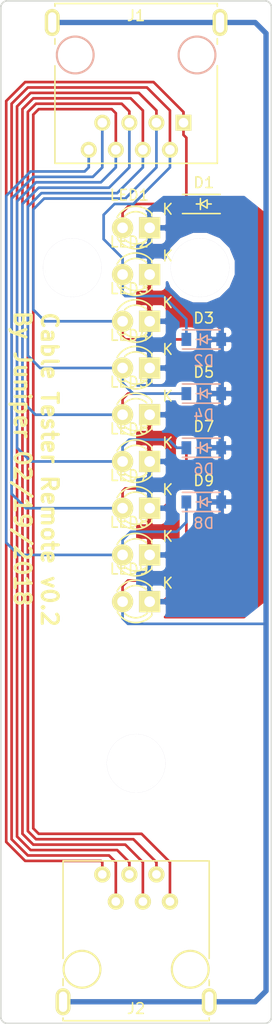
<source format=kicad_pcb>
(kicad_pcb (version 4) (host pcbnew 4.0.2+dfsg1-stable)

  (general
    (links 44)
    (no_connects 0)
    (area 99.721076 50.724999 128.878924 146.760001)
    (thickness 1.6)
    (drawings 10)
    (tracks 210)
    (zones 0)
    (modules 23)
    (nets 11)
  )

  (page A4)
  (layers
    (0 F.Cu signal)
    (31 B.Cu signal)
    (32 B.Adhes user)
    (33 F.Adhes user)
    (34 B.Paste user)
    (35 F.Paste user)
    (36 B.SilkS user)
    (37 F.SilkS user)
    (38 B.Mask user)
    (39 F.Mask user)
    (40 Dwgs.User user)
    (41 Cmts.User user)
    (42 Eco1.User user)
    (43 Eco2.User user)
    (44 Edge.Cuts user)
    (45 Margin user)
    (46 B.CrtYd user)
    (47 F.CrtYd user)
    (48 B.Fab user)
    (49 F.Fab user)
  )

  (setup
    (last_trace_width 0.25)
    (trace_clearance 0.2)
    (zone_clearance 0.508)
    (zone_45_only no)
    (trace_min 0.2)
    (segment_width 0.2)
    (edge_width 0.15)
    (via_size 0.6)
    (via_drill 0.4)
    (via_min_size 0.4)
    (via_min_drill 0.3)
    (uvia_size 0.3)
    (uvia_drill 0.1)
    (uvias_allowed no)
    (uvia_min_size 0.2)
    (uvia_min_drill 0.1)
    (pcb_text_width 0.3)
    (pcb_text_size 1.5 1.5)
    (mod_edge_width 0.15)
    (mod_text_size 1 1)
    (mod_text_width 0.15)
    (pad_size 2 2)
    (pad_drill 1.00076)
    (pad_to_mask_clearance 0.2)
    (aux_axis_origin 0 0)
    (visible_elements FFFFFF7F)
    (pcbplotparams
      (layerselection 0x010f0_80000001)
      (usegerberextensions true)
      (excludeedgelayer true)
      (linewidth 0.100000)
      (plotframeref false)
      (viasonmask false)
      (mode 1)
      (useauxorigin false)
      (hpglpennumber 1)
      (hpglpenspeed 20)
      (hpglpendiameter 15)
      (hpglpenoverlay 2)
      (psnegative false)
      (psa4output false)
      (plotreference true)
      (plotvalue true)
      (plotinvisibletext false)
      (padsonsilk false)
      (subtractmaskfromsilk false)
      (outputformat 1)
      (mirror false)
      (drillshape 0)
      (scaleselection 1)
      (outputdirectory ../../Gerbers/Remote/))
  )

  (net 0 "")
  (net 1 /1)
  (net 2 "Net-(D1-Pad2)")
  (net 3 /2)
  (net 4 /3)
  (net 5 /4)
  (net 6 /5)
  (net 7 /6)
  (net 8 /7)
  (net 9 /8)
  (net 10 /S)

  (net_class Default "This is the default net class."
    (clearance 0.2)
    (trace_width 0.25)
    (via_dia 0.6)
    (via_drill 0.4)
    (uvia_dia 0.3)
    (uvia_drill 0.1)
    (add_net /1)
    (add_net /2)
    (add_net /3)
    (add_net /4)
    (add_net /5)
    (add_net /6)
    (add_net /7)
    (add_net /8)
    (add_net /S)
    (add_net "Net-(D1-Pad2)")
  )

  (module Diodes_SMD:SOD-123 (layer F.Cu) (tedit 5A879BC3) (tstamp 5A80C032)
    (at 120.65 69.85)
    (descr SOD-123)
    (tags SOD-123)
    (path /5A532468)
    (attr smd)
    (fp_text reference D1 (at 0 -2) (layer F.SilkS)
      (effects (font (size 1 1) (thickness 0.15)))
    )
    (fp_text value D (at 0 2.1) (layer F.Fab) hide
      (effects (font (size 1 1) (thickness 0.15)))
    )
    (fp_line (start 0.3175 0) (end 0.6985 0) (layer F.SilkS) (width 0.15))
    (fp_line (start -0.6985 0) (end -0.3175 0) (layer F.SilkS) (width 0.15))
    (fp_line (start -0.3175 0) (end 0.3175 -0.381) (layer F.SilkS) (width 0.15))
    (fp_line (start 0.3175 -0.381) (end 0.3175 0.381) (layer F.SilkS) (width 0.15))
    (fp_line (start 0.3175 0.381) (end -0.3175 0) (layer F.SilkS) (width 0.15))
    (fp_line (start -0.3175 -0.508) (end -0.3175 0.508) (layer F.SilkS) (width 0.15))
    (fp_line (start -2.25 -1.05) (end 2.25 -1.05) (layer F.CrtYd) (width 0.05))
    (fp_line (start 2.25 -1.05) (end 2.25 1.05) (layer F.CrtYd) (width 0.05))
    (fp_line (start 2.25 1.05) (end -2.25 1.05) (layer F.CrtYd) (width 0.05))
    (fp_line (start -2.25 -1.05) (end -2.25 1.05) (layer F.CrtYd) (width 0.05))
    (fp_line (start -2 0.9) (end 1.54 0.9) (layer F.SilkS) (width 0.15))
    (fp_line (start -2 -0.9) (end 1.54 -0.9) (layer F.SilkS) (width 0.15))
    (pad 1 smd rect (at -1.635 0) (size 0.91 1.22) (layers F.Cu F.Paste F.Mask)
      (net 1 /1))
    (pad 2 smd rect (at 1.635 0) (size 0.91 1.22) (layers F.Cu F.Paste F.Mask)
      (net 2 "Net-(D1-Pad2)"))
  )

  (module Diodes_SMD:SOD-123 (layer B.Cu) (tedit 5A879BD6) (tstamp 5A80C044)
    (at 120.65 82.55)
    (descr SOD-123)
    (tags SOD-123)
    (path /5A53266E)
    (attr smd)
    (fp_text reference D2 (at 0 2) (layer B.SilkS)
      (effects (font (size 1 1) (thickness 0.15)) (justify mirror))
    )
    (fp_text value D (at 0 -2.1) (layer B.Fab) hide
      (effects (font (size 1 1) (thickness 0.15)) (justify mirror))
    )
    (fp_line (start 0.3175 0) (end 0.6985 0) (layer B.SilkS) (width 0.15))
    (fp_line (start -0.6985 0) (end -0.3175 0) (layer B.SilkS) (width 0.15))
    (fp_line (start -0.3175 0) (end 0.3175 0.381) (layer B.SilkS) (width 0.15))
    (fp_line (start 0.3175 0.381) (end 0.3175 -0.381) (layer B.SilkS) (width 0.15))
    (fp_line (start 0.3175 -0.381) (end -0.3175 0) (layer B.SilkS) (width 0.15))
    (fp_line (start -0.3175 0.508) (end -0.3175 -0.508) (layer B.SilkS) (width 0.15))
    (fp_line (start -2.25 1.05) (end 2.25 1.05) (layer B.CrtYd) (width 0.05))
    (fp_line (start 2.25 1.05) (end 2.25 -1.05) (layer B.CrtYd) (width 0.05))
    (fp_line (start 2.25 -1.05) (end -2.25 -1.05) (layer B.CrtYd) (width 0.05))
    (fp_line (start -2.25 1.05) (end -2.25 -1.05) (layer B.CrtYd) (width 0.05))
    (fp_line (start -2 -0.9) (end 1.54 -0.9) (layer B.SilkS) (width 0.15))
    (fp_line (start -2 0.9) (end 1.54 0.9) (layer B.SilkS) (width 0.15))
    (pad 1 smd rect (at -1.635 0) (size 0.91 1.22) (layers B.Cu B.Paste B.Mask)
      (net 3 /2))
    (pad 2 smd rect (at 1.635 0) (size 0.91 1.22) (layers B.Cu B.Paste B.Mask)
      (net 2 "Net-(D1-Pad2)"))
  )

  (module Diodes_SMD:SOD-123 (layer F.Cu) (tedit 5A879BCD) (tstamp 5A80C056)
    (at 120.65 82.55)
    (descr SOD-123)
    (tags SOD-123)
    (path /5A532782)
    (attr smd)
    (fp_text reference D3 (at 0 -2) (layer F.SilkS)
      (effects (font (size 1 1) (thickness 0.15)))
    )
    (fp_text value D (at 0 2.1) (layer F.Fab) hide
      (effects (font (size 1 1) (thickness 0.15)))
    )
    (fp_line (start 0.3175 0) (end 0.6985 0) (layer F.SilkS) (width 0.15))
    (fp_line (start -0.6985 0) (end -0.3175 0) (layer F.SilkS) (width 0.15))
    (fp_line (start -0.3175 0) (end 0.3175 -0.381) (layer F.SilkS) (width 0.15))
    (fp_line (start 0.3175 -0.381) (end 0.3175 0.381) (layer F.SilkS) (width 0.15))
    (fp_line (start 0.3175 0.381) (end -0.3175 0) (layer F.SilkS) (width 0.15))
    (fp_line (start -0.3175 -0.508) (end -0.3175 0.508) (layer F.SilkS) (width 0.15))
    (fp_line (start -2.25 -1.05) (end 2.25 -1.05) (layer F.CrtYd) (width 0.05))
    (fp_line (start 2.25 -1.05) (end 2.25 1.05) (layer F.CrtYd) (width 0.05))
    (fp_line (start 2.25 1.05) (end -2.25 1.05) (layer F.CrtYd) (width 0.05))
    (fp_line (start -2.25 -1.05) (end -2.25 1.05) (layer F.CrtYd) (width 0.05))
    (fp_line (start -2 0.9) (end 1.54 0.9) (layer F.SilkS) (width 0.15))
    (fp_line (start -2 -0.9) (end 1.54 -0.9) (layer F.SilkS) (width 0.15))
    (pad 1 smd rect (at -1.635 0) (size 0.91 1.22) (layers F.Cu F.Paste F.Mask)
      (net 4 /3))
    (pad 2 smd rect (at 1.635 0) (size 0.91 1.22) (layers F.Cu F.Paste F.Mask)
      (net 2 "Net-(D1-Pad2)"))
  )

  (module Diodes_SMD:SOD-123 (layer B.Cu) (tedit 5A879BEB) (tstamp 5A80C068)
    (at 120.65 87.63)
    (descr SOD-123)
    (tags SOD-123)
    (path /5A532794)
    (attr smd)
    (fp_text reference D4 (at 0 2) (layer B.SilkS)
      (effects (font (size 1 1) (thickness 0.15)) (justify mirror))
    )
    (fp_text value D (at 0 -2.1) (layer B.Fab) hide
      (effects (font (size 1 1) (thickness 0.15)) (justify mirror))
    )
    (fp_line (start 0.3175 0) (end 0.6985 0) (layer B.SilkS) (width 0.15))
    (fp_line (start -0.6985 0) (end -0.3175 0) (layer B.SilkS) (width 0.15))
    (fp_line (start -0.3175 0) (end 0.3175 0.381) (layer B.SilkS) (width 0.15))
    (fp_line (start 0.3175 0.381) (end 0.3175 -0.381) (layer B.SilkS) (width 0.15))
    (fp_line (start 0.3175 -0.381) (end -0.3175 0) (layer B.SilkS) (width 0.15))
    (fp_line (start -0.3175 0.508) (end -0.3175 -0.508) (layer B.SilkS) (width 0.15))
    (fp_line (start -2.25 1.05) (end 2.25 1.05) (layer B.CrtYd) (width 0.05))
    (fp_line (start 2.25 1.05) (end 2.25 -1.05) (layer B.CrtYd) (width 0.05))
    (fp_line (start 2.25 -1.05) (end -2.25 -1.05) (layer B.CrtYd) (width 0.05))
    (fp_line (start -2.25 1.05) (end -2.25 -1.05) (layer B.CrtYd) (width 0.05))
    (fp_line (start -2 -0.9) (end 1.54 -0.9) (layer B.SilkS) (width 0.15))
    (fp_line (start -2 0.9) (end 1.54 0.9) (layer B.SilkS) (width 0.15))
    (pad 1 smd rect (at -1.635 0) (size 0.91 1.22) (layers B.Cu B.Paste B.Mask)
      (net 5 /4))
    (pad 2 smd rect (at 1.635 0) (size 0.91 1.22) (layers B.Cu B.Paste B.Mask)
      (net 2 "Net-(D1-Pad2)"))
  )

  (module Diodes_SMD:SOD-123 (layer F.Cu) (tedit 5A879BE4) (tstamp 5A80C07A)
    (at 120.65 87.63)
    (descr SOD-123)
    (tags SOD-123)
    (path /5A532ABE)
    (attr smd)
    (fp_text reference D5 (at 0 -2) (layer F.SilkS)
      (effects (font (size 1 1) (thickness 0.15)))
    )
    (fp_text value D (at 0 2.1) (layer F.Fab) hide
      (effects (font (size 1 1) (thickness 0.15)))
    )
    (fp_line (start 0.3175 0) (end 0.6985 0) (layer F.SilkS) (width 0.15))
    (fp_line (start -0.6985 0) (end -0.3175 0) (layer F.SilkS) (width 0.15))
    (fp_line (start -0.3175 0) (end 0.3175 -0.381) (layer F.SilkS) (width 0.15))
    (fp_line (start 0.3175 -0.381) (end 0.3175 0.381) (layer F.SilkS) (width 0.15))
    (fp_line (start 0.3175 0.381) (end -0.3175 0) (layer F.SilkS) (width 0.15))
    (fp_line (start -0.3175 -0.508) (end -0.3175 0.508) (layer F.SilkS) (width 0.15))
    (fp_line (start -2.25 -1.05) (end 2.25 -1.05) (layer F.CrtYd) (width 0.05))
    (fp_line (start 2.25 -1.05) (end 2.25 1.05) (layer F.CrtYd) (width 0.05))
    (fp_line (start 2.25 1.05) (end -2.25 1.05) (layer F.CrtYd) (width 0.05))
    (fp_line (start -2.25 -1.05) (end -2.25 1.05) (layer F.CrtYd) (width 0.05))
    (fp_line (start -2 0.9) (end 1.54 0.9) (layer F.SilkS) (width 0.15))
    (fp_line (start -2 -0.9) (end 1.54 -0.9) (layer F.SilkS) (width 0.15))
    (pad 1 smd rect (at -1.635 0) (size 0.91 1.22) (layers F.Cu F.Paste F.Mask)
      (net 6 /5))
    (pad 2 smd rect (at 1.635 0) (size 0.91 1.22) (layers F.Cu F.Paste F.Mask)
      (net 2 "Net-(D1-Pad2)"))
  )

  (module Diodes_SMD:SOD-123 (layer B.Cu) (tedit 5A879BF9) (tstamp 5A80C08C)
    (at 120.65 92.71)
    (descr SOD-123)
    (tags SOD-123)
    (path /5A532AD0)
    (attr smd)
    (fp_text reference D6 (at 0 2) (layer B.SilkS)
      (effects (font (size 1 1) (thickness 0.15)) (justify mirror))
    )
    (fp_text value D (at 0 -2.1) (layer B.Fab) hide
      (effects (font (size 1 1) (thickness 0.15)) (justify mirror))
    )
    (fp_line (start 0.3175 0) (end 0.6985 0) (layer B.SilkS) (width 0.15))
    (fp_line (start -0.6985 0) (end -0.3175 0) (layer B.SilkS) (width 0.15))
    (fp_line (start -0.3175 0) (end 0.3175 0.381) (layer B.SilkS) (width 0.15))
    (fp_line (start 0.3175 0.381) (end 0.3175 -0.381) (layer B.SilkS) (width 0.15))
    (fp_line (start 0.3175 -0.381) (end -0.3175 0) (layer B.SilkS) (width 0.15))
    (fp_line (start -0.3175 0.508) (end -0.3175 -0.508) (layer B.SilkS) (width 0.15))
    (fp_line (start -2.25 1.05) (end 2.25 1.05) (layer B.CrtYd) (width 0.05))
    (fp_line (start 2.25 1.05) (end 2.25 -1.05) (layer B.CrtYd) (width 0.05))
    (fp_line (start 2.25 -1.05) (end -2.25 -1.05) (layer B.CrtYd) (width 0.05))
    (fp_line (start -2.25 1.05) (end -2.25 -1.05) (layer B.CrtYd) (width 0.05))
    (fp_line (start -2 -0.9) (end 1.54 -0.9) (layer B.SilkS) (width 0.15))
    (fp_line (start -2 0.9) (end 1.54 0.9) (layer B.SilkS) (width 0.15))
    (pad 1 smd rect (at -1.635 0) (size 0.91 1.22) (layers B.Cu B.Paste B.Mask)
      (net 7 /6))
    (pad 2 smd rect (at 1.635 0) (size 0.91 1.22) (layers B.Cu B.Paste B.Mask)
      (net 2 "Net-(D1-Pad2)"))
  )

  (module Diodes_SMD:SOD-123 (layer F.Cu) (tedit 5A879BF3) (tstamp 5A80C09E)
    (at 120.65 92.71)
    (descr SOD-123)
    (tags SOD-123)
    (path /5A532AE2)
    (attr smd)
    (fp_text reference D7 (at 0 -2) (layer F.SilkS)
      (effects (font (size 1 1) (thickness 0.15)))
    )
    (fp_text value D (at 0 2.1) (layer F.Fab) hide
      (effects (font (size 1 1) (thickness 0.15)))
    )
    (fp_line (start 0.3175 0) (end 0.6985 0) (layer F.SilkS) (width 0.15))
    (fp_line (start -0.6985 0) (end -0.3175 0) (layer F.SilkS) (width 0.15))
    (fp_line (start -0.3175 0) (end 0.3175 -0.381) (layer F.SilkS) (width 0.15))
    (fp_line (start 0.3175 -0.381) (end 0.3175 0.381) (layer F.SilkS) (width 0.15))
    (fp_line (start 0.3175 0.381) (end -0.3175 0) (layer F.SilkS) (width 0.15))
    (fp_line (start -0.3175 -0.508) (end -0.3175 0.508) (layer F.SilkS) (width 0.15))
    (fp_line (start -2.25 -1.05) (end 2.25 -1.05) (layer F.CrtYd) (width 0.05))
    (fp_line (start 2.25 -1.05) (end 2.25 1.05) (layer F.CrtYd) (width 0.05))
    (fp_line (start 2.25 1.05) (end -2.25 1.05) (layer F.CrtYd) (width 0.05))
    (fp_line (start -2.25 -1.05) (end -2.25 1.05) (layer F.CrtYd) (width 0.05))
    (fp_line (start -2 0.9) (end 1.54 0.9) (layer F.SilkS) (width 0.15))
    (fp_line (start -2 -0.9) (end 1.54 -0.9) (layer F.SilkS) (width 0.15))
    (pad 1 smd rect (at -1.635 0) (size 0.91 1.22) (layers F.Cu F.Paste F.Mask)
      (net 8 /7))
    (pad 2 smd rect (at 1.635 0) (size 0.91 1.22) (layers F.Cu F.Paste F.Mask)
      (net 2 "Net-(D1-Pad2)"))
  )

  (module Diodes_SMD:SOD-123 (layer B.Cu) (tedit 5A879C0A) (tstamp 5A80C0B0)
    (at 120.65 97.79)
    (descr SOD-123)
    (tags SOD-123)
    (path /5A532AF4)
    (attr smd)
    (fp_text reference D8 (at 0 2) (layer B.SilkS)
      (effects (font (size 1 1) (thickness 0.15)) (justify mirror))
    )
    (fp_text value D (at 0 -2.1) (layer B.Fab) hide
      (effects (font (size 1 1) (thickness 0.15)) (justify mirror))
    )
    (fp_line (start 0.3175 0) (end 0.6985 0) (layer B.SilkS) (width 0.15))
    (fp_line (start -0.6985 0) (end -0.3175 0) (layer B.SilkS) (width 0.15))
    (fp_line (start -0.3175 0) (end 0.3175 0.381) (layer B.SilkS) (width 0.15))
    (fp_line (start 0.3175 0.381) (end 0.3175 -0.381) (layer B.SilkS) (width 0.15))
    (fp_line (start 0.3175 -0.381) (end -0.3175 0) (layer B.SilkS) (width 0.15))
    (fp_line (start -0.3175 0.508) (end -0.3175 -0.508) (layer B.SilkS) (width 0.15))
    (fp_line (start -2.25 1.05) (end 2.25 1.05) (layer B.CrtYd) (width 0.05))
    (fp_line (start 2.25 1.05) (end 2.25 -1.05) (layer B.CrtYd) (width 0.05))
    (fp_line (start 2.25 -1.05) (end -2.25 -1.05) (layer B.CrtYd) (width 0.05))
    (fp_line (start -2.25 1.05) (end -2.25 -1.05) (layer B.CrtYd) (width 0.05))
    (fp_line (start -2 -0.9) (end 1.54 -0.9) (layer B.SilkS) (width 0.15))
    (fp_line (start -2 0.9) (end 1.54 0.9) (layer B.SilkS) (width 0.15))
    (pad 1 smd rect (at -1.635 0) (size 0.91 1.22) (layers B.Cu B.Paste B.Mask)
      (net 9 /8))
    (pad 2 smd rect (at 1.635 0) (size 0.91 1.22) (layers B.Cu B.Paste B.Mask)
      (net 2 "Net-(D1-Pad2)"))
  )

  (module Diodes_SMD:SOD-123 (layer F.Cu) (tedit 5A879C02) (tstamp 5A80C0C2)
    (at 120.65 97.79)
    (descr SOD-123)
    (tags SOD-123)
    (path /5A532B78)
    (attr smd)
    (fp_text reference D9 (at 0 -2) (layer F.SilkS)
      (effects (font (size 1 1) (thickness 0.15)))
    )
    (fp_text value D (at 0 2.1) (layer F.Fab) hide
      (effects (font (size 1 1) (thickness 0.15)))
    )
    (fp_line (start 0.3175 0) (end 0.6985 0) (layer F.SilkS) (width 0.15))
    (fp_line (start -0.6985 0) (end -0.3175 0) (layer F.SilkS) (width 0.15))
    (fp_line (start -0.3175 0) (end 0.3175 -0.381) (layer F.SilkS) (width 0.15))
    (fp_line (start 0.3175 -0.381) (end 0.3175 0.381) (layer F.SilkS) (width 0.15))
    (fp_line (start 0.3175 0.381) (end -0.3175 0) (layer F.SilkS) (width 0.15))
    (fp_line (start -0.3175 -0.508) (end -0.3175 0.508) (layer F.SilkS) (width 0.15))
    (fp_line (start -2.25 -1.05) (end 2.25 -1.05) (layer F.CrtYd) (width 0.05))
    (fp_line (start 2.25 -1.05) (end 2.25 1.05) (layer F.CrtYd) (width 0.05))
    (fp_line (start 2.25 1.05) (end -2.25 1.05) (layer F.CrtYd) (width 0.05))
    (fp_line (start -2.25 -1.05) (end -2.25 1.05) (layer F.CrtYd) (width 0.05))
    (fp_line (start -2 0.9) (end 1.54 0.9) (layer F.SilkS) (width 0.15))
    (fp_line (start -2 -0.9) (end 1.54 -0.9) (layer F.SilkS) (width 0.15))
    (pad 1 smd rect (at -1.635 0) (size 0.91 1.22) (layers F.Cu F.Paste F.Mask)
      (net 10 /S))
    (pad 2 smd rect (at 1.635 0) (size 0.91 1.22) (layers F.Cu F.Paste F.Mask)
      (net 2 "Net-(D1-Pad2)"))
  )

  (module LEDs:LED-3MM (layer F.Cu) (tedit 559B82F6) (tstamp 5A80C101)
    (at 115.57 72.0852 180)
    (descr "LED 3mm round vertical")
    (tags "LED  3mm round vertical")
    (path /5A532417)
    (fp_text reference LED1 (at 1.91 3.06 180) (layer F.SilkS)
      (effects (font (size 1 1) (thickness 0.15)))
    )
    (fp_text value LED (at 1.3 -2.9 180) (layer F.Fab)
      (effects (font (size 1 1) (thickness 0.15)))
    )
    (fp_line (start -1.2 2.3) (end 3.8 2.3) (layer F.CrtYd) (width 0.05))
    (fp_line (start 3.8 2.3) (end 3.8 -2.2) (layer F.CrtYd) (width 0.05))
    (fp_line (start 3.8 -2.2) (end -1.2 -2.2) (layer F.CrtYd) (width 0.05))
    (fp_line (start -1.2 -2.2) (end -1.2 2.3) (layer F.CrtYd) (width 0.05))
    (fp_line (start -0.199 1.314) (end -0.199 1.114) (layer F.SilkS) (width 0.15))
    (fp_line (start -0.199 -1.28) (end -0.199 -1.1) (layer F.SilkS) (width 0.15))
    (fp_arc (start 1.301 0.034) (end -0.199 -1.286) (angle 108.5) (layer F.SilkS) (width 0.15))
    (fp_arc (start 1.301 0.034) (end 0.25 -1.1) (angle 85.7) (layer F.SilkS) (width 0.15))
    (fp_arc (start 1.311 0.034) (end 3.051 0.994) (angle 110) (layer F.SilkS) (width 0.15))
    (fp_arc (start 1.301 0.034) (end 2.335 1.094) (angle 87.5) (layer F.SilkS) (width 0.15))
    (fp_text user K (at -1.69 1.74 180) (layer F.SilkS)
      (effects (font (size 1 1) (thickness 0.15)))
    )
    (pad 1 thru_hole rect (at 0 0 270) (size 2 2) (drill 1.00076) (layers *.Cu *.Mask F.SilkS)
      (net 2 "Net-(D1-Pad2)"))
    (pad 2 thru_hole circle (at 2.54 0 180) (size 2 2) (drill 1.00076) (layers *.Cu *.Mask F.SilkS)
      (net 1 /1))
    (model LEDs.3dshapes/LED-3MM.wrl
      (at (xyz 0.05 0 0))
      (scale (xyz 1 1 1))
      (rotate (xyz 0 0 90))
    )
  )

  (module LEDs:LED-3MM (layer F.Cu) (tedit 559B82F6) (tstamp 5A80C112)
    (at 115.57 76.4667 180)
    (descr "LED 3mm round vertical")
    (tags "LED  3mm round vertical")
    (path /5A532668)
    (fp_text reference LED2 (at 1.91 3.06 180) (layer F.SilkS)
      (effects (font (size 1 1) (thickness 0.15)))
    )
    (fp_text value LED (at 1.3 -2.9 180) (layer F.Fab)
      (effects (font (size 1 1) (thickness 0.15)))
    )
    (fp_line (start -1.2 2.3) (end 3.8 2.3) (layer F.CrtYd) (width 0.05))
    (fp_line (start 3.8 2.3) (end 3.8 -2.2) (layer F.CrtYd) (width 0.05))
    (fp_line (start 3.8 -2.2) (end -1.2 -2.2) (layer F.CrtYd) (width 0.05))
    (fp_line (start -1.2 -2.2) (end -1.2 2.3) (layer F.CrtYd) (width 0.05))
    (fp_line (start -0.199 1.314) (end -0.199 1.114) (layer F.SilkS) (width 0.15))
    (fp_line (start -0.199 -1.28) (end -0.199 -1.1) (layer F.SilkS) (width 0.15))
    (fp_arc (start 1.301 0.034) (end -0.199 -1.286) (angle 108.5) (layer F.SilkS) (width 0.15))
    (fp_arc (start 1.301 0.034) (end 0.25 -1.1) (angle 85.7) (layer F.SilkS) (width 0.15))
    (fp_arc (start 1.311 0.034) (end 3.051 0.994) (angle 110) (layer F.SilkS) (width 0.15))
    (fp_arc (start 1.301 0.034) (end 2.335 1.094) (angle 87.5) (layer F.SilkS) (width 0.15))
    (fp_text user K (at -1.69 1.74 180) (layer F.SilkS)
      (effects (font (size 1 1) (thickness 0.15)))
    )
    (pad 1 thru_hole rect (at 0 0 270) (size 2 2) (drill 1.00076) (layers *.Cu *.Mask F.SilkS)
      (net 2 "Net-(D1-Pad2)"))
    (pad 2 thru_hole circle (at 2.54 0 180) (size 2 2) (drill 1.00076) (layers *.Cu *.Mask F.SilkS)
      (net 3 /2))
    (model LEDs.3dshapes/LED-3MM.wrl
      (at (xyz 0.05 0 0))
      (scale (xyz 1 1 1))
      (rotate (xyz 0 0 90))
    )
  )

  (module LEDs:LED-3MM (layer F.Cu) (tedit 5AB46FCF) (tstamp 5A80C123)
    (at 115.57 80.8482 180)
    (descr "LED 3mm round vertical")
    (tags "LED  3mm round vertical")
    (path /5A53277C)
    (fp_text reference LED3 (at 1.91 3.06 180) (layer F.SilkS)
      (effects (font (size 1 1) (thickness 0.15)))
    )
    (fp_text value LED (at 1.3 -2.9 180) (layer F.Fab)
      (effects (font (size 1 1) (thickness 0.15)))
    )
    (fp_line (start -1.2 2.3) (end 3.8 2.3) (layer F.CrtYd) (width 0.05))
    (fp_line (start 3.8 2.3) (end 3.8 -2.2) (layer F.CrtYd) (width 0.05))
    (fp_line (start 3.8 -2.2) (end -1.2 -2.2) (layer F.CrtYd) (width 0.05))
    (fp_line (start -1.2 -2.2) (end -1.2 2.3) (layer F.CrtYd) (width 0.05))
    (fp_line (start -0.199 1.314) (end -0.199 1.114) (layer F.SilkS) (width 0.15))
    (fp_line (start -0.199 -1.28) (end -0.199 -1.1) (layer F.SilkS) (width 0.15))
    (fp_arc (start 1.301 0.034) (end -0.199 -1.286) (angle 108.5) (layer F.SilkS) (width 0.15))
    (fp_arc (start 1.301 0.034) (end 0.25 -1.1) (angle 85.7) (layer F.SilkS) (width 0.15))
    (fp_arc (start 1.311 0.034) (end 3.051 0.994) (angle 110) (layer F.SilkS) (width 0.15))
    (fp_arc (start 1.301 0.034) (end 2.335 1.094) (angle 87.5) (layer F.SilkS) (width 0.15))
    (fp_text user K (at -1.69 1.74 180) (layer F.SilkS)
      (effects (font (size 1 1) (thickness 0.15)))
    )
    (pad 1 thru_hole rect (at 0 0 270) (size 2 2) (drill 1.00076) (layers *.Cu *.Mask F.SilkS)
      (net 2 "Net-(D1-Pad2)"))
    (pad 2 thru_hole circle (at 2.54 0 180) (size 2 2) (drill 1.00076) (layers *.Cu *.Mask F.SilkS)
      (net 4 /3))
    (model LEDs.3dshapes/LED-3MM.wrl
      (at (xyz 0.05 0 0))
      (scale (xyz 1 1 1))
      (rotate (xyz 0 0 90))
    )
  )

  (module LEDs:LED-3MM (layer F.Cu) (tedit 559B82F6) (tstamp 5A80C134)
    (at 115.57 85.2297 180)
    (descr "LED 3mm round vertical")
    (tags "LED  3mm round vertical")
    (path /5A53278E)
    (fp_text reference LED4 (at 1.91 3.06 180) (layer F.SilkS)
      (effects (font (size 1 1) (thickness 0.15)))
    )
    (fp_text value LED (at 1.3 -2.9 180) (layer F.Fab)
      (effects (font (size 1 1) (thickness 0.15)))
    )
    (fp_line (start -1.2 2.3) (end 3.8 2.3) (layer F.CrtYd) (width 0.05))
    (fp_line (start 3.8 2.3) (end 3.8 -2.2) (layer F.CrtYd) (width 0.05))
    (fp_line (start 3.8 -2.2) (end -1.2 -2.2) (layer F.CrtYd) (width 0.05))
    (fp_line (start -1.2 -2.2) (end -1.2 2.3) (layer F.CrtYd) (width 0.05))
    (fp_line (start -0.199 1.314) (end -0.199 1.114) (layer F.SilkS) (width 0.15))
    (fp_line (start -0.199 -1.28) (end -0.199 -1.1) (layer F.SilkS) (width 0.15))
    (fp_arc (start 1.301 0.034) (end -0.199 -1.286) (angle 108.5) (layer F.SilkS) (width 0.15))
    (fp_arc (start 1.301 0.034) (end 0.25 -1.1) (angle 85.7) (layer F.SilkS) (width 0.15))
    (fp_arc (start 1.311 0.034) (end 3.051 0.994) (angle 110) (layer F.SilkS) (width 0.15))
    (fp_arc (start 1.301 0.034) (end 2.335 1.094) (angle 87.5) (layer F.SilkS) (width 0.15))
    (fp_text user K (at -1.69 1.74 180) (layer F.SilkS)
      (effects (font (size 1 1) (thickness 0.15)))
    )
    (pad 1 thru_hole rect (at 0 0 270) (size 2 2) (drill 1.00076) (layers *.Cu *.Mask F.SilkS)
      (net 2 "Net-(D1-Pad2)"))
    (pad 2 thru_hole circle (at 2.54 0 180) (size 2 2) (drill 1.00076) (layers *.Cu *.Mask F.SilkS)
      (net 5 /4))
    (model LEDs.3dshapes/LED-3MM.wrl
      (at (xyz 0.05 0 0))
      (scale (xyz 1 1 1))
      (rotate (xyz 0 0 90))
    )
  )

  (module LEDs:LED-3MM (layer F.Cu) (tedit 559B82F6) (tstamp 5A80C145)
    (at 115.57 89.6112 180)
    (descr "LED 3mm round vertical")
    (tags "LED  3mm round vertical")
    (path /5A532AB8)
    (fp_text reference LED5 (at 1.91 3.06 180) (layer F.SilkS)
      (effects (font (size 1 1) (thickness 0.15)))
    )
    (fp_text value LED (at 1.3 -2.9 180) (layer F.Fab)
      (effects (font (size 1 1) (thickness 0.15)))
    )
    (fp_line (start -1.2 2.3) (end 3.8 2.3) (layer F.CrtYd) (width 0.05))
    (fp_line (start 3.8 2.3) (end 3.8 -2.2) (layer F.CrtYd) (width 0.05))
    (fp_line (start 3.8 -2.2) (end -1.2 -2.2) (layer F.CrtYd) (width 0.05))
    (fp_line (start -1.2 -2.2) (end -1.2 2.3) (layer F.CrtYd) (width 0.05))
    (fp_line (start -0.199 1.314) (end -0.199 1.114) (layer F.SilkS) (width 0.15))
    (fp_line (start -0.199 -1.28) (end -0.199 -1.1) (layer F.SilkS) (width 0.15))
    (fp_arc (start 1.301 0.034) (end -0.199 -1.286) (angle 108.5) (layer F.SilkS) (width 0.15))
    (fp_arc (start 1.301 0.034) (end 0.25 -1.1) (angle 85.7) (layer F.SilkS) (width 0.15))
    (fp_arc (start 1.311 0.034) (end 3.051 0.994) (angle 110) (layer F.SilkS) (width 0.15))
    (fp_arc (start 1.301 0.034) (end 2.335 1.094) (angle 87.5) (layer F.SilkS) (width 0.15))
    (fp_text user K (at -1.69 1.74 180) (layer F.SilkS)
      (effects (font (size 1 1) (thickness 0.15)))
    )
    (pad 1 thru_hole rect (at 0 0 270) (size 2 2) (drill 1.00076) (layers *.Cu *.Mask F.SilkS)
      (net 2 "Net-(D1-Pad2)"))
    (pad 2 thru_hole circle (at 2.54 0 180) (size 2 2) (drill 1.00076) (layers *.Cu *.Mask F.SilkS)
      (net 6 /5))
    (model LEDs.3dshapes/LED-3MM.wrl
      (at (xyz 0.05 0 0))
      (scale (xyz 1 1 1))
      (rotate (xyz 0 0 90))
    )
  )

  (module LEDs:LED-3MM (layer F.Cu) (tedit 559B82F6) (tstamp 5A80C156)
    (at 115.57 93.9927 180)
    (descr "LED 3mm round vertical")
    (tags "LED  3mm round vertical")
    (path /5A532ACA)
    (fp_text reference LED6 (at 1.91 3.06 180) (layer F.SilkS)
      (effects (font (size 1 1) (thickness 0.15)))
    )
    (fp_text value LED (at 1.3 -2.9 180) (layer F.Fab)
      (effects (font (size 1 1) (thickness 0.15)))
    )
    (fp_line (start -1.2 2.3) (end 3.8 2.3) (layer F.CrtYd) (width 0.05))
    (fp_line (start 3.8 2.3) (end 3.8 -2.2) (layer F.CrtYd) (width 0.05))
    (fp_line (start 3.8 -2.2) (end -1.2 -2.2) (layer F.CrtYd) (width 0.05))
    (fp_line (start -1.2 -2.2) (end -1.2 2.3) (layer F.CrtYd) (width 0.05))
    (fp_line (start -0.199 1.314) (end -0.199 1.114) (layer F.SilkS) (width 0.15))
    (fp_line (start -0.199 -1.28) (end -0.199 -1.1) (layer F.SilkS) (width 0.15))
    (fp_arc (start 1.301 0.034) (end -0.199 -1.286) (angle 108.5) (layer F.SilkS) (width 0.15))
    (fp_arc (start 1.301 0.034) (end 0.25 -1.1) (angle 85.7) (layer F.SilkS) (width 0.15))
    (fp_arc (start 1.311 0.034) (end 3.051 0.994) (angle 110) (layer F.SilkS) (width 0.15))
    (fp_arc (start 1.301 0.034) (end 2.335 1.094) (angle 87.5) (layer F.SilkS) (width 0.15))
    (fp_text user K (at -1.69 1.74 180) (layer F.SilkS)
      (effects (font (size 1 1) (thickness 0.15)))
    )
    (pad 1 thru_hole rect (at 0 0 270) (size 2 2) (drill 1.00076) (layers *.Cu *.Mask F.SilkS)
      (net 2 "Net-(D1-Pad2)"))
    (pad 2 thru_hole circle (at 2.54 0 180) (size 2 2) (drill 1.00076) (layers *.Cu *.Mask F.SilkS)
      (net 7 /6))
    (model LEDs.3dshapes/LED-3MM.wrl
      (at (xyz 0.05 0 0))
      (scale (xyz 1 1 1))
      (rotate (xyz 0 0 90))
    )
  )

  (module LEDs:LED-3MM (layer F.Cu) (tedit 559B82F6) (tstamp 5A80C167)
    (at 115.57 98.3742 180)
    (descr "LED 3mm round vertical")
    (tags "LED  3mm round vertical")
    (path /5A532ADC)
    (fp_text reference LED7 (at 1.91 3.06 180) (layer F.SilkS)
      (effects (font (size 1 1) (thickness 0.15)))
    )
    (fp_text value LED (at 1.3 -2.9 180) (layer F.Fab)
      (effects (font (size 1 1) (thickness 0.15)))
    )
    (fp_line (start -1.2 2.3) (end 3.8 2.3) (layer F.CrtYd) (width 0.05))
    (fp_line (start 3.8 2.3) (end 3.8 -2.2) (layer F.CrtYd) (width 0.05))
    (fp_line (start 3.8 -2.2) (end -1.2 -2.2) (layer F.CrtYd) (width 0.05))
    (fp_line (start -1.2 -2.2) (end -1.2 2.3) (layer F.CrtYd) (width 0.05))
    (fp_line (start -0.199 1.314) (end -0.199 1.114) (layer F.SilkS) (width 0.15))
    (fp_line (start -0.199 -1.28) (end -0.199 -1.1) (layer F.SilkS) (width 0.15))
    (fp_arc (start 1.301 0.034) (end -0.199 -1.286) (angle 108.5) (layer F.SilkS) (width 0.15))
    (fp_arc (start 1.301 0.034) (end 0.25 -1.1) (angle 85.7) (layer F.SilkS) (width 0.15))
    (fp_arc (start 1.311 0.034) (end 3.051 0.994) (angle 110) (layer F.SilkS) (width 0.15))
    (fp_arc (start 1.301 0.034) (end 2.335 1.094) (angle 87.5) (layer F.SilkS) (width 0.15))
    (fp_text user K (at -1.69 1.74 180) (layer F.SilkS)
      (effects (font (size 1 1) (thickness 0.15)))
    )
    (pad 1 thru_hole rect (at 0 0 270) (size 2 2) (drill 1.00076) (layers *.Cu *.Mask F.SilkS)
      (net 2 "Net-(D1-Pad2)"))
    (pad 2 thru_hole circle (at 2.54 0 180) (size 2 2) (drill 1.00076) (layers *.Cu *.Mask F.SilkS)
      (net 8 /7))
    (model LEDs.3dshapes/LED-3MM.wrl
      (at (xyz 0.05 0 0))
      (scale (xyz 1 1 1))
      (rotate (xyz 0 0 90))
    )
  )

  (module LEDs:LED-3MM (layer F.Cu) (tedit 559B82F6) (tstamp 5A80C178)
    (at 115.57 102.7557 180)
    (descr "LED 3mm round vertical")
    (tags "LED  3mm round vertical")
    (path /5A532AEE)
    (fp_text reference LED8 (at 1.91 3.06 180) (layer F.SilkS)
      (effects (font (size 1 1) (thickness 0.15)))
    )
    (fp_text value LED (at 1.3 -2.9 180) (layer F.Fab)
      (effects (font (size 1 1) (thickness 0.15)))
    )
    (fp_line (start -1.2 2.3) (end 3.8 2.3) (layer F.CrtYd) (width 0.05))
    (fp_line (start 3.8 2.3) (end 3.8 -2.2) (layer F.CrtYd) (width 0.05))
    (fp_line (start 3.8 -2.2) (end -1.2 -2.2) (layer F.CrtYd) (width 0.05))
    (fp_line (start -1.2 -2.2) (end -1.2 2.3) (layer F.CrtYd) (width 0.05))
    (fp_line (start -0.199 1.314) (end -0.199 1.114) (layer F.SilkS) (width 0.15))
    (fp_line (start -0.199 -1.28) (end -0.199 -1.1) (layer F.SilkS) (width 0.15))
    (fp_arc (start 1.301 0.034) (end -0.199 -1.286) (angle 108.5) (layer F.SilkS) (width 0.15))
    (fp_arc (start 1.301 0.034) (end 0.25 -1.1) (angle 85.7) (layer F.SilkS) (width 0.15))
    (fp_arc (start 1.311 0.034) (end 3.051 0.994) (angle 110) (layer F.SilkS) (width 0.15))
    (fp_arc (start 1.301 0.034) (end 2.335 1.094) (angle 87.5) (layer F.SilkS) (width 0.15))
    (fp_text user K (at -1.69 1.74 180) (layer F.SilkS)
      (effects (font (size 1 1) (thickness 0.15)))
    )
    (pad 1 thru_hole rect (at 0 0 270) (size 2 2) (drill 1.00076) (layers *.Cu *.Mask F.SilkS)
      (net 2 "Net-(D1-Pad2)"))
    (pad 2 thru_hole circle (at 2.54 0 180) (size 2 2) (drill 1.00076) (layers *.Cu *.Mask F.SilkS)
      (net 9 /8))
    (model LEDs.3dshapes/LED-3MM.wrl
      (at (xyz 0.05 0 0))
      (scale (xyz 1 1 1))
      (rotate (xyz 0 0 90))
    )
  )

  (module LEDs:LED-3MM (layer F.Cu) (tedit 559B82F6) (tstamp 5A80C189)
    (at 115.57 107.1372 180)
    (descr "LED 3mm round vertical")
    (tags "LED  3mm round vertical")
    (path /5A532B72)
    (fp_text reference LED9 (at 1.91 3.06 180) (layer F.SilkS)
      (effects (font (size 1 1) (thickness 0.15)))
    )
    (fp_text value LED (at 1.3 -2.9 180) (layer F.Fab)
      (effects (font (size 1 1) (thickness 0.15)))
    )
    (fp_line (start -1.2 2.3) (end 3.8 2.3) (layer F.CrtYd) (width 0.05))
    (fp_line (start 3.8 2.3) (end 3.8 -2.2) (layer F.CrtYd) (width 0.05))
    (fp_line (start 3.8 -2.2) (end -1.2 -2.2) (layer F.CrtYd) (width 0.05))
    (fp_line (start -1.2 -2.2) (end -1.2 2.3) (layer F.CrtYd) (width 0.05))
    (fp_line (start -0.199 1.314) (end -0.199 1.114) (layer F.SilkS) (width 0.15))
    (fp_line (start -0.199 -1.28) (end -0.199 -1.1) (layer F.SilkS) (width 0.15))
    (fp_arc (start 1.301 0.034) (end -0.199 -1.286) (angle 108.5) (layer F.SilkS) (width 0.15))
    (fp_arc (start 1.301 0.034) (end 0.25 -1.1) (angle 85.7) (layer F.SilkS) (width 0.15))
    (fp_arc (start 1.311 0.034) (end 3.051 0.994) (angle 110) (layer F.SilkS) (width 0.15))
    (fp_arc (start 1.301 0.034) (end 2.335 1.094) (angle 87.5) (layer F.SilkS) (width 0.15))
    (fp_text user K (at -1.69 1.74 180) (layer F.SilkS)
      (effects (font (size 1 1) (thickness 0.15)))
    )
    (pad 1 thru_hole rect (at 0 0 270) (size 2 2) (drill 1.00076) (layers *.Cu *.Mask F.SilkS)
      (net 2 "Net-(D1-Pad2)"))
    (pad 2 thru_hole circle (at 2.54 0 180) (size 2 2) (drill 1.00076) (layers *.Cu *.Mask F.SilkS)
      (net 10 /S))
    (model LEDs.3dshapes/LED-3MM.wrl
      (at (xyz 0.05 0 0))
      (scale (xyz 1 1 1))
      (rotate (xyz 0 0 90))
    )
  )

  (module Mounting_Holes:MountingHole_5-5mm locked (layer F.Cu) (tedit 5A862D26) (tstamp 5A87D7DC)
    (at 120.2944 75.819)
    (descr "Mounting hole, Befestigungsbohrung, 5,5mm, No Annular, Kein Restring,")
    (tags "Mounting hole, Befestigungsbohrung, 5,5mm, No Annular, Kein Restring,")
    (fp_text reference REF** (at 0 -7.00024) (layer F.SilkS) hide
      (effects (font (size 1 1) (thickness 0.15)))
    )
    (fp_text value MountingHole_5-5mm (at 0 7.00024) (layer F.Fab) hide
      (effects (font (size 1 1) (thickness 0.15)))
    )
    (fp_circle (center 0 0) (end 5.5 0) (layer Cmts.User) (width 0.381))
    (pad 1 thru_hole circle (at 0 0) (size 5.5 5.5) (drill 5.5) (layers))
  )

  (module Mounting_Holes:MountingHole_5-5mm locked (layer F.Cu) (tedit 5A862D12) (tstamp 5A87D7E2)
    (at 108.3056 75.819)
    (descr "Mounting hole, Befestigungsbohrung, 5,5mm, No Annular, Kein Restring,")
    (tags "Mounting hole, Befestigungsbohrung, 5,5mm, No Annular, Kein Restring,")
    (fp_text reference REF** (at 0 -7.00024) (layer F.SilkS) hide
      (effects (font (size 1 1) (thickness 0.15)))
    )
    (fp_text value MountingHole_5-5mm (at 0 7.00024) (layer F.Fab) hide
      (effects (font (size 1 1) (thickness 0.15)))
    )
    (fp_circle (center 0 0) (end 5.5 0) (layer Cmts.User) (width 0.381))
    (pad 1 thru_hole circle (at 0 0) (size 5.5 5.5) (drill 5.5) (layers))
  )

  (module Mounting_Holes:MountingHole_5-5mm locked (layer F.Cu) (tedit 5A862D05) (tstamp 5A87D7E8)
    (at 114.3 122.301)
    (descr "Mounting hole, Befestigungsbohrung, 5,5mm, No Annular, Kein Restring,")
    (tags "Mounting hole, Befestigungsbohrung, 5,5mm, No Annular, Kein Restring,")
    (fp_text reference REF** (at 0 -7.00024) (layer F.SilkS) hide
      (effects (font (size 1 1) (thickness 0.15)))
    )
    (fp_text value MountingHole_5-5mm (at 0 7.00024) (layer F.Fab) hide
      (effects (font (size 1 1) (thickness 0.15)))
    )
    (fp_circle (center 0 0) (end 5.5 0) (layer Cmts.User) (width 0.381))
    (pad 1 thru_hole circle (at 0 0) (size 5.5 5.5) (drill 5.5) (layers))
  )

  (module Tester_Connectors:RJ12_SHLD (layer F.Cu) (tedit 5A7E5BAA) (tstamp 5A80C0F0)
    (at 114.3 141.605)
    (path /5A5322D1)
    (fp_text reference J2 (at 0 3.683) (layer F.SilkS)
      (effects (font (size 1 1) (thickness 0.15)))
    )
    (fp_text value RJ12 (at 0 -2.54) (layer F.Fab)
      (effects (font (size 1 1) (thickness 0.15)))
    )
    (fp_line (start -6.858 -1.016) (end -6.858 -10.16) (layer F.SilkS) (width 0.15))
    (fp_line (start -6.858 -10.16) (end 6.858 -10.16) (layer F.SilkS) (width 0.15))
    (fp_line (start 6.858 -10.16) (end 6.858 -1.016) (layer F.SilkS) (width 0.15))
    (fp_line (start 6.858 1.016) (end 6.858 1.524) (layer F.SilkS) (width 0.15))
    (fp_line (start -6.858 0.889) (end -6.858 1.524) (layer F.SilkS) (width 0.15))
    (fp_line (start -6.858 4.572) (end -6.858 4.826) (layer F.SilkS) (width 0.15))
    (fp_line (start -6.858 4.826) (end 6.858 4.826) (layer F.SilkS) (width 0.15))
    (fp_line (start 6.858 4.826) (end 6.858 4.572) (layer F.SilkS) (width 0.15))
    (pad 4 thru_hole circle (at 0.635 -6.35) (size 1.524 1.524) (drill 0.8128) (layers *.Cu *.Mask F.SilkS)
      (net 5 /4))
    (pad 2 thru_hole circle (at -1.905 -6.35) (size 1.524 1.524) (drill 0.8128) (layers *.Cu *.Mask F.SilkS)
      (net 3 /2))
    (pad 6 thru_hole circle (at 3.175 -6.35) (size 1.524 1.524) (drill 0.8128) (layers *.Cu *.Mask F.SilkS)
      (net 7 /6))
    (pad 1 thru_hole circle (at -3.175 -8.89) (size 1.524 1.524) (drill 0.8128) (layers *.Cu *.Mask F.SilkS)
      (net 1 /1))
    (pad 3 thru_hole circle (at -0.635 -8.89) (size 1.524 1.524) (drill 0.8128) (layers *.Cu *.Mask F.SilkS)
      (net 4 /3))
    (pad 5 thru_hole circle (at 1.905 -8.89) (size 1.524 1.524) (drill 0.8128) (layers *.Cu *.Mask F.SilkS)
      (net 6 /5))
    (pad 8 thru_hole oval (at 6.858 3.048) (size 1.397 2.54) (drill oval 0.762 1.905) (layers *.Cu *.Mask F.SilkS)
      (net 10 /S))
    (pad 7 thru_hole oval (at -6.858 3.048) (size 1.397 2.54) (drill oval 0.762 1.905) (layers *.Cu *.Mask F.SilkS)
      (net 10 /S))
    (pad "" np_thru_hole circle (at 5.08 0) (size 3.64998 3.64998) (drill 3.2512) (layers *.Cu *.Mask F.SilkS))
    (pad "" np_thru_hole circle (at -5.08 0) (size 3.64998 3.64998) (drill 3.2512) (layers *.Cu *.Mask F.SilkS))
  )

  (module Tester_Connectors:RJ45_SHLD (layer F.Cu) (tedit 5AAEF86B) (tstamp 5A80C0DA)
    (at 114.3 55.88 180)
    (tags RJ45)
    (path /5A5323DE)
    (fp_text reference J1 (at 0 3.683 180) (layer F.SilkS)
      (effects (font (size 1 1) (thickness 0.15)))
    )
    (fp_text value RJ45 (at 0.14224 -0.1016 180) (layer F.Fab)
      (effects (font (size 1 1) (thickness 0.15)))
    )
    (fp_line (start 7.62 -1.016) (end 7.62 -10.16) (layer F.SilkS) (width 0.15))
    (fp_line (start 7.62 -10.16) (end -7.62 -10.16) (layer F.SilkS) (width 0.15))
    (fp_line (start -7.62 -10.16) (end -7.62 -1.016) (layer F.SilkS) (width 0.15))
    (fp_line (start 7.62 4.572) (end 7.62 4.826) (layer F.SilkS) (width 0.15))
    (fp_line (start 7.62 4.826) (end -7.62 4.826) (layer F.SilkS) (width 0.15))
    (fp_line (start -7.62 4.826) (end -7.62 4.572) (layer F.SilkS) (width 0.15))
    (fp_line (start -7.62 1.524) (end -7.62 1.016) (layer F.SilkS) (width 0.15))
    (fp_line (start 7.62 1.016) (end 7.62 1.524) (layer F.SilkS) (width 0.15))
    (pad 9 thru_hole oval (at -7.874 3.048 180) (size 1.397 2.54) (drill oval 0.762 1.905) (layers *.Cu *.Mask F.SilkS)
      (net 10 /S))
    (pad "" np_thru_hole circle (at 5.715 0 180) (size 3.64998 3.64998) (drill 3.2512) (layers *.Cu *.SilkS *.Mask))
    (pad "" np_thru_hole circle (at -5.715 0 180) (size 3.64998 3.64998) (drill 3.2512) (layers *.Cu *.SilkS *.Mask))
    (pad 1 thru_hole rect (at -4.445 -6.35 180) (size 1.50114 1.50114) (drill 0.89916) (layers *.Cu *.Mask F.SilkS)
      (net 1 /1))
    (pad 2 thru_hole circle (at -3.175 -8.89 180) (size 1.50114 1.50114) (drill 0.89916) (layers *.Cu *.Mask F.SilkS)
      (net 3 /2))
    (pad 3 thru_hole circle (at -1.905 -6.35 180) (size 1.50114 1.50114) (drill 0.89916) (layers *.Cu *.Mask F.SilkS)
      (net 4 /3))
    (pad 4 thru_hole circle (at -0.635 -8.89 180) (size 1.50114 1.50114) (drill 0.89916) (layers *.Cu *.Mask F.SilkS)
      (net 5 /4))
    (pad 5 thru_hole circle (at 0.635 -6.35 180) (size 1.50114 1.50114) (drill 0.89916) (layers *.Cu *.Mask F.SilkS)
      (net 6 /5))
    (pad 6 thru_hole circle (at 1.905 -8.89 180) (size 1.50114 1.50114) (drill 0.89916) (layers *.Cu *.Mask F.SilkS)
      (net 7 /6))
    (pad 7 thru_hole circle (at 3.175 -6.35 180) (size 1.50114 1.50114) (drill 0.89916) (layers *.Cu *.Mask F.SilkS)
      (net 8 /7))
    (pad 8 thru_hole circle (at 4.445 -8.89 180) (size 1.50114 1.50114) (drill 0.89916) (layers *.Cu *.Mask F.SilkS)
      (net 9 /8))
    (pad 9 thru_hole oval (at 7.874 3.048 180) (size 1.397 2.54) (drill oval 0.762 1.905) (layers *.Cu *.Mask F.SilkS)
      (net 10 /S))
    (model Connect.3dshapes/RJ45_8.wrl
      (at (xyz 0 0 0))
      (scale (xyz 0.4 0.4 0.4))
      (rotate (xyz 0 0 0))
    )
  )

  (gr_line (start 127 146.05) (end 127 51.435) (layer Edge.Cuts) (width 0.15))
  (gr_line (start 101.6 51.435) (end 101.6 146.05) (layer Edge.Cuts) (width 0.15))
  (gr_text "By Juniper 02/19/2018" (at 103.632 93.726 270) (layer F.SilkS)
    (effects (font (size 1.5 1.5) (thickness 0.3)))
  )
  (gr_text "Cable Tester Remote v0.2" (at 106.172 94.742 270) (layer F.SilkS)
    (effects (font (size 1.5 1.5) (thickness 0.3)))
  )
  (gr_line (start 126.365 146.685) (end 102.235 146.685) (layer Edge.Cuts) (width 0.15))
  (gr_line (start 102.235 50.8) (end 126.365 50.8) (layer Edge.Cuts) (width 0.15))
  (gr_arc (start 102.235 146.05) (end 102.235 146.685) (angle 90) (layer Edge.Cuts) (width 0.15))
  (gr_arc (start 126.365 146.05) (end 127 146.05) (angle 90) (layer Edge.Cuts) (width 0.15))
  (gr_arc (start 126.365 51.435) (end 126.365 50.8) (angle 90) (layer Edge.Cuts) (width 0.15))
  (gr_arc (start 102.235 51.435) (end 101.6 51.435) (angle 90) (layer Edge.Cuts) (width 0.15))

  (segment (start 118.745 62.23) (end 118.745 61.22943) (width 0.25) (layer F.Cu) (net 1))
  (segment (start 118.745 61.22943) (end 115.93557 58.42) (width 0.25) (layer F.Cu) (net 1))
  (segment (start 115.93557 58.42) (end 103.886 58.42) (width 0.25) (layer F.Cu) (net 1))
  (segment (start 111.125 131.572) (end 111.125 132.715) (width 0.25) (layer F.Cu) (net 1))
  (segment (start 103.886 58.42) (end 102.108 60.198) (width 0.25) (layer F.Cu) (net 1))
  (segment (start 102.108 60.198) (end 102.108 129.667) (width 0.25) (layer F.Cu) (net 1))
  (segment (start 102.108 129.667) (end 103.886 131.445) (width 0.25) (layer F.Cu) (net 1))
  (segment (start 103.886 131.445) (end 110.998 131.445) (width 0.25) (layer F.Cu) (net 1))
  (segment (start 110.998 131.445) (end 111.125 131.572) (width 0.25) (layer F.Cu) (net 1))
  (segment (start 119.015 63.643) (end 118.745 63.373) (width 0.25) (layer F.Cu) (net 1))
  (segment (start 118.745 63.373) (end 118.745 62.23) (width 0.25) (layer F.Cu) (net 1))
  (segment (start 119.015 69.85) (end 119.015 63.643) (width 0.25) (layer F.Cu) (net 1))
  (segment (start 118.745 69.58) (end 119.015 69.85) (width 0.25) (layer F.Cu) (net 1))
  (segment (start 113.792 69.85) (end 113.03 70.612) (width 0.25) (layer F.Cu) (net 1))
  (segment (start 113.03 70.612) (end 113.03 72.0852) (width 0.25) (layer F.Cu) (net 1))
  (segment (start 119.015 69.85) (end 113.792 69.85) (width 0.25) (layer F.Cu) (net 1))
  (segment (start 120.2563 102.7557) (end 122.285 100.727) (width 0.25) (layer B.Cu) (net 2))
  (segment (start 122.285 100.727) (end 122.285 97.79) (width 0.25) (layer B.Cu) (net 2))
  (segment (start 115.57 102.7557) (end 120.2563 102.7557) (width 0.25) (layer B.Cu) (net 2))
  (segment (start 115.57 93.9927) (end 116.82 93.9927) (width 0.25) (layer B.Cu) (net 2))
  (segment (start 116.82 93.9927) (end 117.3153 94.488) (width 0.25) (layer B.Cu) (net 2))
  (segment (start 117.3153 94.488) (end 122.285 94.488) (width 0.25) (layer B.Cu) (net 2))
  (segment (start 122.285 87.63) (end 122.285 85.344) (width 0.25) (layer B.Cu) (net 2))
  (segment (start 122.285 85.344) (end 122.285 82.55) (width 0.25) (layer B.Cu) (net 2))
  (segment (start 115.57 85.2297) (end 122.1707 85.2297) (width 0.25) (layer B.Cu) (net 2))
  (segment (start 122.1707 85.2297) (end 122.285 85.344) (width 0.25) (layer B.Cu) (net 2))
  (segment (start 122.285 92.71) (end 122.285 97.79) (width 0.25) (layer B.Cu) (net 2))
  (segment (start 122.285 87.63) (end 122.285 88.49) (width 0.25) (layer B.Cu) (net 2))
  (segment (start 122.285 88.49) (end 122.285 92.71) (width 0.25) (layer B.Cu) (net 2))
  (segment (start 122.936 82.55) (end 122.285 82.55) (width 0.25) (layer B.Cu) (net 2))
  (segment (start 124.46 81.026) (end 122.936 82.55) (width 0.25) (layer B.Cu) (net 2))
  (segment (start 124.46 73.66) (end 124.46 81.026) (width 0.25) (layer B.Cu) (net 2))
  (segment (start 122.936 72.136) (end 124.46 73.66) (width 0.25) (layer B.Cu) (net 2))
  (segment (start 118.6507 72.136) (end 122.936 72.136) (width 0.25) (layer B.Cu) (net 2))
  (segment (start 115.57 76.4667) (end 115.57 75.2167) (width 0.25) (layer B.Cu) (net 2))
  (segment (start 115.57 75.2167) (end 118.6507 72.136) (width 0.25) (layer B.Cu) (net 2))
  (segment (start 124.46 70.866) (end 123.444 69.85) (width 0.25) (layer F.Cu) (net 2))
  (segment (start 123.444 69.85) (end 122.285 69.85) (width 0.25) (layer F.Cu) (net 2))
  (segment (start 124.46 81.08) (end 124.46 70.866) (width 0.25) (layer F.Cu) (net 2))
  (segment (start 122.285 82.55) (end 122.99 82.55) (width 0.25) (layer F.Cu) (net 2))
  (segment (start 122.99 82.55) (end 124.46 81.08) (width 0.25) (layer F.Cu) (net 2))
  (segment (start 122.285 92.71) (end 122.285 89.662) (width 0.25) (layer F.Cu) (net 2))
  (segment (start 122.285 89.662) (end 122.285 87.63) (width 0.25) (layer F.Cu) (net 2))
  (segment (start 115.57 89.6112) (end 116.82 89.6112) (width 0.25) (layer F.Cu) (net 2))
  (segment (start 116.82 89.6112) (end 116.8708 89.662) (width 0.25) (layer F.Cu) (net 2))
  (segment (start 116.8708 89.662) (end 122.285 89.662) (width 0.25) (layer F.Cu) (net 2))
  (segment (start 122.285 96.93) (end 122.285 94.488) (width 0.25) (layer F.Cu) (net 2))
  (segment (start 122.285 94.488) (end 122.285 92.71) (width 0.25) (layer F.Cu) (net 2))
  (segment (start 119.888 94.488) (end 122.285 94.488) (width 0.25) (layer F.Cu) (net 2))
  (segment (start 122.285 87.63) (end 122.285 82.55) (width 0.25) (layer F.Cu) (net 2))
  (segment (start 122.285 97.79) (end 122.285 96.93) (width 0.25) (layer F.Cu) (net 2))
  (segment (start 117.348 105.664) (end 117.348 106.6092) (width 0.25) (layer F.Cu) (net 2))
  (segment (start 117.348 106.6092) (end 116.82 107.1372) (width 0.25) (layer F.Cu) (net 2))
  (segment (start 116.82 107.1372) (end 115.57 107.1372) (width 0.25) (layer F.Cu) (net 2))
  (segment (start 122.285 100.727) (end 117.348 105.664) (width 0.25) (layer F.Cu) (net 2))
  (segment (start 122.285 97.79) (end 122.285 100.727) (width 0.25) (layer F.Cu) (net 2))
  (segment (start 122.285 93.869) (end 122.285 92.71) (width 0.25) (layer F.Cu) (net 2))
  (segment (start 117.348 97.028) (end 119.888 94.488) (width 0.25) (layer F.Cu) (net 2))
  (segment (start 117.348 97.8462) (end 117.348 97.028) (width 0.25) (layer F.Cu) (net 2))
  (segment (start 115.57 98.3742) (end 116.82 98.3742) (width 0.25) (layer F.Cu) (net 2))
  (segment (start 116.82 98.3742) (end 117.348 97.8462) (width 0.25) (layer F.Cu) (net 2))
  (segment (start 120.9548 72.0852) (end 122.285 70.755) (width 0.25) (layer F.Cu) (net 2))
  (segment (start 122.285 70.755) (end 122.285 69.85) (width 0.25) (layer F.Cu) (net 2))
  (segment (start 115.57 72.0852) (end 120.9548 72.0852) (width 0.25) (layer F.Cu) (net 2))
  (segment (start 122.285 88.535) (end 122.285 87.63) (width 0.25) (layer F.Cu) (net 2))
  (segment (start 121.4882 80.8482) (end 122.285 81.645) (width 0.25) (layer F.Cu) (net 2))
  (segment (start 122.285 81.645) (end 122.285 82.55) (width 0.25) (layer F.Cu) (net 2))
  (segment (start 115.57 80.8482) (end 121.4882 80.8482) (width 0.25) (layer F.Cu) (net 2))
  (segment (start 111.76 130.937) (end 112.395 131.572) (width 0.25) (layer F.Cu) (net 3))
  (segment (start 112.395 131.572) (end 112.395 135.255) (width 0.25) (layer F.Cu) (net 3))
  (segment (start 111.76 130.937) (end 104.14 130.937) (width 0.25) (layer F.Cu) (net 3))
  (segment (start 104.14 130.937) (end 102.616 129.413) (width 0.25) (layer F.Cu) (net 3))
  (segment (start 115.316 58.928) (end 117.475 61.087) (width 0.25) (layer F.Cu) (net 3))
  (segment (start 102.616 129.413) (end 102.616 60.452) (width 0.25) (layer F.Cu) (net 3))
  (segment (start 102.616 60.452) (end 104.14 58.928) (width 0.25) (layer F.Cu) (net 3))
  (segment (start 104.14 58.928) (end 115.316 58.928) (width 0.25) (layer F.Cu) (net 3))
  (segment (start 117.475 61.087) (end 117.475 64.77) (width 0.25) (layer F.Cu) (net 3))
  (segment (start 117.475 64.77) (end 117.475 66.421) (width 0.25) (layer B.Cu) (net 3))
  (segment (start 117.475 66.421) (end 114.046 69.85) (width 0.25) (layer B.Cu) (net 3))
  (segment (start 111.252 70.866) (end 111.252 73.152) (width 0.25) (layer B.Cu) (net 3))
  (segment (start 114.046 69.85) (end 112.268 69.85) (width 0.25) (layer B.Cu) (net 3))
  (segment (start 112.268 69.85) (end 111.252 70.866) (width 0.25) (layer B.Cu) (net 3))
  (segment (start 111.252 73.152) (end 113.03 74.93) (width 0.25) (layer B.Cu) (net 3))
  (segment (start 113.03 74.93) (end 113.03 76.4667) (width 0.25) (layer B.Cu) (net 3))
  (segment (start 113.03 76.4667) (end 113.03 78.232) (width 0.25) (layer B.Cu) (net 3))
  (segment (start 113.03 78.232) (end 113.284 78.486) (width 0.25) (layer B.Cu) (net 3))
  (segment (start 113.284 78.486) (end 116.84 78.486) (width 0.25) (layer B.Cu) (net 3))
  (segment (start 116.84 78.486) (end 119.015 80.661) (width 0.25) (layer B.Cu) (net 3))
  (segment (start 119.015 80.661) (end 119.015 82.55) (width 0.25) (layer B.Cu) (net 3))
  (segment (start 112.522 130.429) (end 113.665 131.572) (width 0.25) (layer F.Cu) (net 4))
  (segment (start 113.665 131.572) (end 113.665 132.715) (width 0.25) (layer F.Cu) (net 4))
  (segment (start 103.124 60.706) (end 103.124 129.159) (width 0.25) (layer F.Cu) (net 4))
  (segment (start 116.205 62.23) (end 116.205 66.421) (width 0.25) (layer B.Cu) (net 4))
  (segment (start 116.205 66.421) (end 113.284 69.342) (width 0.25) (layer B.Cu) (net 4))
  (segment (start 113.284 69.342) (end 105.664 69.342) (width 0.25) (layer B.Cu) (net 4))
  (segment (start 104.648 79.756) (end 105.7402 80.8482) (width 0.25) (layer B.Cu) (net 4))
  (segment (start 105.664 69.342) (end 104.648 70.358) (width 0.25) (layer B.Cu) (net 4))
  (segment (start 104.648 70.358) (end 104.648 79.756) (width 0.25) (layer B.Cu) (net 4))
  (segment (start 105.7402 80.8482) (end 113.03 80.8482) (width 0.25) (layer B.Cu) (net 4))
  (segment (start 116.205 62.23) (end 116.205 61.087) (width 0.25) (layer F.Cu) (net 4))
  (segment (start 116.205 61.087) (end 114.554 59.436) (width 0.25) (layer F.Cu) (net 4))
  (segment (start 114.554 59.436) (end 104.394 59.436) (width 0.25) (layer F.Cu) (net 4))
  (segment (start 104.394 59.436) (end 103.124 60.706) (width 0.25) (layer F.Cu) (net 4))
  (segment (start 103.124 129.159) (end 104.394 130.429) (width 0.25) (layer F.Cu) (net 4))
  (segment (start 104.394 130.429) (end 112.522 130.429) (width 0.25) (layer F.Cu) (net 4))
  (segment (start 113.284 82.55) (end 113.03 82.296) (width 0.25) (layer F.Cu) (net 4))
  (segment (start 113.03 82.296) (end 113.03 80.8482) (width 0.25) (layer F.Cu) (net 4))
  (segment (start 119.015 82.55) (end 113.284 82.55) (width 0.25) (layer F.Cu) (net 4))
  (segment (start 113.284 129.921) (end 114.935 131.572) (width 0.25) (layer F.Cu) (net 5))
  (segment (start 114.935 131.572) (end 114.935 135.255) (width 0.25) (layer F.Cu) (net 5))
  (segment (start 113.284 129.921) (end 104.648 129.921) (width 0.25) (layer F.Cu) (net 5))
  (segment (start 104.648 129.921) (end 103.632 128.905) (width 0.25) (layer F.Cu) (net 5))
  (segment (start 103.632 128.905) (end 103.632 60.96) (width 0.25) (layer F.Cu) (net 5))
  (segment (start 113.792 59.944) (end 114.935 61.087) (width 0.25) (layer F.Cu) (net 5))
  (segment (start 114.935 61.087) (end 114.935 64.77) (width 0.25) (layer F.Cu) (net 5))
  (segment (start 103.632 60.96) (end 104.648 59.944) (width 0.25) (layer F.Cu) (net 5))
  (segment (start 104.648 59.944) (end 113.792 59.944) (width 0.25) (layer F.Cu) (net 5))
  (segment (start 114.935 64.77) (end 114.935 66.421) (width 0.25) (layer B.Cu) (net 5))
  (segment (start 114.935 66.421) (end 112.522 68.834) (width 0.25) (layer B.Cu) (net 5))
  (segment (start 105.41 68.834) (end 104.14 70.104) (width 0.25) (layer B.Cu) (net 5))
  (segment (start 105.2957 85.2297) (end 113.03 85.2297) (width 0.25) (layer B.Cu) (net 5))
  (segment (start 112.522 68.834) (end 105.41 68.834) (width 0.25) (layer B.Cu) (net 5))
  (segment (start 104.14 70.104) (end 104.14 84.074) (width 0.25) (layer B.Cu) (net 5))
  (segment (start 104.14 84.074) (end 105.2957 85.2297) (width 0.25) (layer B.Cu) (net 5))
  (segment (start 113.03 85.2297) (end 113.03 86.643913) (width 0.25) (layer B.Cu) (net 5))
  (segment (start 113.03 86.643913) (end 114.016087 87.63) (width 0.25) (layer B.Cu) (net 5))
  (segment (start 114.016087 87.63) (end 118.31 87.63) (width 0.25) (layer B.Cu) (net 5))
  (segment (start 118.31 87.63) (end 119.015 87.63) (width 0.25) (layer B.Cu) (net 5))
  (segment (start 114.046 129.413) (end 116.205 131.572) (width 0.25) (layer F.Cu) (net 6))
  (segment (start 116.205 131.572) (end 116.205 132.715) (width 0.25) (layer F.Cu) (net 6))
  (segment (start 113.665 62.23) (end 113.665 61.168534) (width 0.25) (layer F.Cu) (net 6))
  (segment (start 113.665 61.168534) (end 112.948466 60.452) (width 0.25) (layer F.Cu) (net 6))
  (segment (start 112.948466 60.452) (end 104.902 60.452) (width 0.25) (layer F.Cu) (net 6))
  (segment (start 104.902 60.452) (end 104.14 61.214) (width 0.25) (layer F.Cu) (net 6))
  (segment (start 104.14 61.214) (end 104.14 128.651) (width 0.25) (layer F.Cu) (net 6))
  (segment (start 104.14 128.651) (end 104.902 129.413) (width 0.25) (layer F.Cu) (net 6))
  (segment (start 104.902 129.413) (end 114.046 129.413) (width 0.25) (layer F.Cu) (net 6))
  (segment (start 113.665 62.23) (end 113.665 66.421) (width 0.25) (layer B.Cu) (net 6))
  (segment (start 113.665 66.421) (end 111.76 68.326) (width 0.25) (layer B.Cu) (net 6))
  (segment (start 111.76 68.326) (end 105.156 68.326) (width 0.25) (layer B.Cu) (net 6))
  (segment (start 105.156 68.326) (end 103.632 69.85) (width 0.25) (layer B.Cu) (net 6))
  (segment (start 103.632 69.85) (end 103.632 88.392) (width 0.25) (layer B.Cu) (net 6))
  (segment (start 103.632 88.392) (end 104.8512 89.6112) (width 0.25) (layer B.Cu) (net 6))
  (segment (start 104.8512 89.6112) (end 113.03 89.6112) (width 0.25) (layer B.Cu) (net 6))
  (segment (start 113.538 87.63) (end 113.03 88.138) (width 0.25) (layer F.Cu) (net 6))
  (segment (start 113.03 88.138) (end 113.03 89.6112) (width 0.25) (layer F.Cu) (net 6))
  (segment (start 119.015 87.63) (end 113.538 87.63) (width 0.25) (layer F.Cu) (net 6))
  (segment (start 114.808 128.905) (end 117.475 131.572) (width 0.25) (layer F.Cu) (net 7))
  (segment (start 117.475 131.572) (end 117.475 135.255) (width 0.25) (layer F.Cu) (net 7))
  (segment (start 104.648 128.397) (end 104.648 61.468) (width 0.25) (layer F.Cu) (net 7))
  (segment (start 113.03 93.9927) (end 104.4067 93.9927) (width 0.25) (layer B.Cu) (net 7))
  (segment (start 104.4067 93.9927) (end 103.124 92.71) (width 0.25) (layer B.Cu) (net 7))
  (segment (start 103.124 92.71) (end 103.124 69.596) (width 0.25) (layer B.Cu) (net 7))
  (segment (start 104.902 67.818) (end 110.998 67.818) (width 0.25) (layer B.Cu) (net 7))
  (segment (start 103.124 69.596) (end 104.902 67.818) (width 0.25) (layer B.Cu) (net 7))
  (segment (start 110.998 67.818) (end 112.395 66.421) (width 0.25) (layer B.Cu) (net 7))
  (segment (start 112.395 66.421) (end 112.395 64.77) (width 0.25) (layer B.Cu) (net 7))
  (segment (start 112.395 64.77) (end 112.395 61.341) (width 0.25) (layer F.Cu) (net 7))
  (segment (start 112.395 61.341) (end 112.014 60.96) (width 0.25) (layer F.Cu) (net 7))
  (segment (start 104.648 128.397) (end 105.156 128.905) (width 0.25) (layer F.Cu) (net 7))
  (segment (start 112.014 60.96) (end 105.156 60.96) (width 0.25) (layer F.Cu) (net 7))
  (segment (start 105.156 60.96) (end 104.648 61.468) (width 0.25) (layer F.Cu) (net 7))
  (segment (start 105.156 128.905) (end 114.808 128.905) (width 0.25) (layer F.Cu) (net 7))
  (segment (start 117.348 91.948) (end 118.11 92.71) (width 0.25) (layer B.Cu) (net 7))
  (segment (start 118.11 92.71) (end 119.015 92.71) (width 0.25) (layer B.Cu) (net 7))
  (segment (start 113.660487 91.948) (end 117.348 91.948) (width 0.25) (layer B.Cu) (net 7))
  (segment (start 113.03 93.9927) (end 113.03 92.578487) (width 0.25) (layer B.Cu) (net 7))
  (segment (start 113.03 92.578487) (end 113.660487 91.948) (width 0.25) (layer B.Cu) (net 7))
  (segment (start 111.125 62.23) (end 111.125 66.421) (width 0.25) (layer B.Cu) (net 8))
  (segment (start 111.125 66.421) (end 110.236 67.31) (width 0.25) (layer B.Cu) (net 8))
  (segment (start 110.236 67.31) (end 104.648 67.31) (width 0.25) (layer B.Cu) (net 8))
  (segment (start 104.648 67.31) (end 102.616 69.342) (width 0.25) (layer B.Cu) (net 8))
  (segment (start 102.616 69.342) (end 102.616 97.028) (width 0.25) (layer B.Cu) (net 8))
  (segment (start 102.616 97.028) (end 103.9622 98.3742) (width 0.25) (layer B.Cu) (net 8))
  (segment (start 103.9622 98.3742) (end 113.03 98.3742) (width 0.25) (layer B.Cu) (net 8))
  (segment (start 113.284 96.52) (end 113.03 96.774) (width 0.25) (layer F.Cu) (net 8))
  (segment (start 113.03 96.774) (end 113.03 98.3742) (width 0.25) (layer F.Cu) (net 8))
  (segment (start 116.84 96.52) (end 113.284 96.52) (width 0.25) (layer F.Cu) (net 8))
  (segment (start 119.015 94.345) (end 116.84 96.52) (width 0.25) (layer F.Cu) (net 8))
  (segment (start 119.015 92.71) (end 119.015 94.345) (width 0.25) (layer F.Cu) (net 8))
  (segment (start 109.855 64.77) (end 109.855 66.421) (width 0.25) (layer B.Cu) (net 9))
  (segment (start 109.474 66.802) (end 104.394 66.802) (width 0.25) (layer B.Cu) (net 9))
  (segment (start 109.855 66.421) (end 109.474 66.802) (width 0.25) (layer B.Cu) (net 9))
  (segment (start 104.394 66.802) (end 102.108 69.088) (width 0.25) (layer B.Cu) (net 9))
  (segment (start 102.108 69.088) (end 102.108 101.6) (width 0.25) (layer B.Cu) (net 9))
  (segment (start 102.108 101.6) (end 103.2637 102.7557) (width 0.25) (layer B.Cu) (net 9))
  (segment (start 103.2637 102.7557) (end 113.03 102.7557) (width 0.25) (layer B.Cu) (net 9))
  (segment (start 113.03 102.7557) (end 113.03 101.346) (width 0.25) (layer B.Cu) (net 9))
  (segment (start 113.03 101.346) (end 113.792 100.584) (width 0.25) (layer B.Cu) (net 9))
  (segment (start 113.792 100.584) (end 118.11 100.584) (width 0.25) (layer B.Cu) (net 9))
  (segment (start 118.11 100.584) (end 119.015 99.679) (width 0.25) (layer B.Cu) (net 9))
  (segment (start 119.015 99.679) (end 119.015 97.79) (width 0.25) (layer B.Cu) (net 9))
  (segment (start 122.174 52.832) (end 106.426 52.832) (width 0.5) (layer B.Cu) (net 10))
  (segment (start 125.476 52.832) (end 122.174 52.832) (width 0.5) (layer B.Cu) (net 10))
  (segment (start 126.492 143.637) (end 126.492 109.22) (width 0.5) (layer B.Cu) (net 10))
  (segment (start 126.492 109.22) (end 126.492 108.204) (width 0.5) (layer B.Cu) (net 10))
  (segment (start 125.476 109.22) (end 126.492 109.22) (width 0.25) (layer B.Cu) (net 10))
  (segment (start 125.476 144.653) (end 126.492 143.637) (width 0.5) (layer B.Cu) (net 10))
  (segment (start 121.158 144.653) (end 125.476 144.653) (width 0.5) (layer B.Cu) (net 10))
  (segment (start 107.442 144.653) (end 121.158 144.653) (width 0.5) (layer B.Cu) (net 10))
  (segment (start 113.538 109.22) (end 113.03 108.712) (width 0.25) (layer B.Cu) (net 10))
  (segment (start 113.03 108.712) (end 113.03 107.1372) (width 0.25) (layer B.Cu) (net 10))
  (segment (start 125.476 109.22) (end 113.538 109.22) (width 0.25) (layer B.Cu) (net 10))
  (segment (start 126.492 53.848) (end 126.492 108.204) (width 0.5) (layer B.Cu) (net 10))
  (segment (start 125.476 52.832) (end 126.492 53.848) (width 0.5) (layer B.Cu) (net 10))
  (segment (start 113.538 105.156) (end 113.03 105.664) (width 0.25) (layer F.Cu) (net 10))
  (segment (start 113.03 105.664) (end 113.03 107.1372) (width 0.25) (layer F.Cu) (net 10))
  (segment (start 116.84 105.156) (end 113.538 105.156) (width 0.25) (layer F.Cu) (net 10))
  (segment (start 119.015 102.981) (end 116.84 105.156) (width 0.25) (layer F.Cu) (net 10))
  (segment (start 119.015 97.79) (end 119.015 102.981) (width 0.25) (layer F.Cu) (net 10))

  (zone (net 2) (net_name "Net-(D1-Pad2)") (layer F.Cu) (tstamp 0) (hatch edge 0.508)
    (connect_pads (clearance 0.508))
    (min_thickness 0.254)
    (fill yes (arc_segments 16) (thermal_gap 0.508) (thermal_bridge_width 0.508))
    (polygon
      (pts
        (xy 114.3 71.12) (xy 116.84 69.088) (xy 124.46 69.088) (xy 127 71.12) (xy 127 106.68)
        (xy 124.46 108.712) (xy 116.84 108.712) (xy 114.3 106.68)
      )
    )
    (filled_polygon
      (pts
        (xy 121.195 69.56425) (xy 121.35375 69.723) (xy 122.158 69.723) (xy 122.158 69.703) (xy 122.412 69.703)
        (xy 122.412 69.723) (xy 123.21625 69.723) (xy 123.375 69.56425) (xy 123.375 69.215) (xy 124.415451 69.215)
        (xy 126.29 70.714639) (xy 126.29 107.085361) (xy 124.415452 108.585) (xy 117.020225 108.585) (xy 117.108327 108.496898)
        (xy 117.205 108.263509) (xy 117.205 107.42295) (xy 117.04625 107.2642) (xy 115.697 107.2642) (xy 115.697 107.2842)
        (xy 115.443 107.2842) (xy 115.443 107.2642) (xy 115.423 107.2642) (xy 115.423 107.0102) (xy 115.443 107.0102)
        (xy 115.443 106.9902) (xy 115.697 106.9902) (xy 115.697 107.0102) (xy 117.04625 107.0102) (xy 117.205 106.85145)
        (xy 117.205 106.010891) (xy 117.13937 105.852447) (xy 117.377401 105.693401) (xy 119.552401 103.518402) (xy 119.717147 103.27184)
        (xy 119.717148 103.271839) (xy 119.775 102.981) (xy 119.775 98.958322) (xy 119.921441 98.86409) (xy 120.066431 98.65189)
        (xy 120.11744 98.4) (xy 120.11744 98.07575) (xy 121.195 98.07575) (xy 121.195 98.52631) (xy 121.291673 98.759699)
        (xy 121.470302 98.938327) (xy 121.703691 99.035) (xy 121.99925 99.035) (xy 122.158 98.87625) (xy 122.158 97.917)
        (xy 122.412 97.917) (xy 122.412 98.87625) (xy 122.57075 99.035) (xy 122.866309 99.035) (xy 123.099698 98.938327)
        (xy 123.278327 98.759699) (xy 123.375 98.52631) (xy 123.375 98.07575) (xy 123.21625 97.917) (xy 122.412 97.917)
        (xy 122.158 97.917) (xy 121.35375 97.917) (xy 121.195 98.07575) (xy 120.11744 98.07575) (xy 120.11744 97.18)
        (xy 120.093674 97.05369) (xy 121.195 97.05369) (xy 121.195 97.50425) (xy 121.35375 97.663) (xy 122.158 97.663)
        (xy 122.158 96.70375) (xy 122.412 96.70375) (xy 122.412 97.663) (xy 123.21625 97.663) (xy 123.375 97.50425)
        (xy 123.375 97.05369) (xy 123.278327 96.820301) (xy 123.099698 96.641673) (xy 122.866309 96.545) (xy 122.57075 96.545)
        (xy 122.412 96.70375) (xy 122.158 96.70375) (xy 121.99925 96.545) (xy 121.703691 96.545) (xy 121.470302 96.641673)
        (xy 121.291673 96.820301) (xy 121.195 97.05369) (xy 120.093674 97.05369) (xy 120.073162 96.944683) (xy 119.93409 96.728559)
        (xy 119.72189 96.583569) (xy 119.47 96.53256) (xy 118.56 96.53256) (xy 118.324683 96.576838) (xy 118.108559 96.71591)
        (xy 117.963569 96.92811) (xy 117.91256 97.18) (xy 117.91256 98.4) (xy 117.956838 98.635317) (xy 118.09591 98.851441)
        (xy 118.255 98.960143) (xy 118.255 102.666197) (xy 117.205 103.716198) (xy 117.205 103.04145) (xy 117.04625 102.8827)
        (xy 115.697 102.8827) (xy 115.697 104.23195) (xy 115.85575 104.3907) (xy 116.530498 104.3907) (xy 116.525198 104.396)
        (xy 114.427 104.396) (xy 114.427 104.383787) (xy 114.44369 104.3907) (xy 115.28425 104.3907) (xy 115.443 104.23195)
        (xy 115.443 102.8827) (xy 115.423 102.8827) (xy 115.423 102.6287) (xy 115.443 102.6287) (xy 115.443 101.27945)
        (xy 115.697 101.27945) (xy 115.697 102.6287) (xy 117.04625 102.6287) (xy 117.205 102.46995) (xy 117.205 101.629391)
        (xy 117.108327 101.396002) (xy 116.929699 101.217373) (xy 116.69631 101.1207) (xy 115.85575 101.1207) (xy 115.697 101.27945)
        (xy 115.443 101.27945) (xy 115.28425 101.1207) (xy 114.44369 101.1207) (xy 114.427 101.127613) (xy 114.427 100.002287)
        (xy 114.44369 100.0092) (xy 115.28425 100.0092) (xy 115.443 99.85045) (xy 115.443 98.5012) (xy 115.697 98.5012)
        (xy 115.697 99.85045) (xy 115.85575 100.0092) (xy 116.69631 100.0092) (xy 116.929699 99.912527) (xy 117.108327 99.733898)
        (xy 117.205 99.500509) (xy 117.205 98.65995) (xy 117.04625 98.5012) (xy 115.697 98.5012) (xy 115.443 98.5012)
        (xy 115.423 98.5012) (xy 115.423 98.2472) (xy 115.443 98.2472) (xy 115.443 98.2272) (xy 115.697 98.2272)
        (xy 115.697 98.2472) (xy 117.04625 98.2472) (xy 117.205 98.08845) (xy 117.205 97.247891) (xy 117.180572 97.188917)
        (xy 117.377401 97.057401) (xy 119.552401 94.882402) (xy 119.717147 94.63584) (xy 119.717148 94.635839) (xy 119.775 94.345)
        (xy 119.775 93.878322) (xy 119.921441 93.78409) (xy 120.066431 93.57189) (xy 120.11744 93.32) (xy 120.11744 92.99575)
        (xy 121.195 92.99575) (xy 121.195 93.44631) (xy 121.291673 93.679699) (xy 121.470302 93.858327) (xy 121.703691 93.955)
        (xy 121.99925 93.955) (xy 122.158 93.79625) (xy 122.158 92.837) (xy 122.412 92.837) (xy 122.412 93.79625)
        (xy 122.57075 93.955) (xy 122.866309 93.955) (xy 123.099698 93.858327) (xy 123.278327 93.679699) (xy 123.375 93.44631)
        (xy 123.375 92.99575) (xy 123.21625 92.837) (xy 122.412 92.837) (xy 122.158 92.837) (xy 121.35375 92.837)
        (xy 121.195 92.99575) (xy 120.11744 92.99575) (xy 120.11744 92.1) (xy 120.093674 91.97369) (xy 121.195 91.97369)
        (xy 121.195 92.42425) (xy 121.35375 92.583) (xy 122.158 92.583) (xy 122.158 91.62375) (xy 122.412 91.62375)
        (xy 122.412 92.583) (xy 123.21625 92.583) (xy 123.375 92.42425) (xy 123.375 91.97369) (xy 123.278327 91.740301)
        (xy 123.099698 91.561673) (xy 122.866309 91.465) (xy 122.57075 91.465) (xy 122.412 91.62375) (xy 122.158 91.62375)
        (xy 121.99925 91.465) (xy 121.703691 91.465) (xy 121.470302 91.561673) (xy 121.291673 91.740301) (xy 121.195 91.97369)
        (xy 120.093674 91.97369) (xy 120.073162 91.864683) (xy 119.93409 91.648559) (xy 119.72189 91.503569) (xy 119.47 91.45256)
        (xy 118.56 91.45256) (xy 118.324683 91.496838) (xy 118.108559 91.63591) (xy 117.963569 91.84811) (xy 117.91256 92.1)
        (xy 117.91256 93.32) (xy 117.956838 93.555317) (xy 118.09591 93.771441) (xy 118.255 93.880143) (xy 118.255 94.030197)
        (xy 117.205 95.080198) (xy 117.205 94.27845) (xy 117.04625 94.1197) (xy 115.697 94.1197) (xy 115.697 95.46895)
        (xy 115.85575 95.6277) (xy 116.657498 95.6277) (xy 116.525198 95.76) (xy 114.427 95.76) (xy 114.427 95.620787)
        (xy 114.44369 95.6277) (xy 115.28425 95.6277) (xy 115.443 95.46895) (xy 115.443 94.1197) (xy 115.423 94.1197)
        (xy 115.423 93.8657) (xy 115.443 93.8657) (xy 115.443 92.51645) (xy 115.697 92.51645) (xy 115.697 93.8657)
        (xy 117.04625 93.8657) (xy 117.205 93.70695) (xy 117.205 92.866391) (xy 117.108327 92.633002) (xy 116.929699 92.454373)
        (xy 116.69631 92.3577) (xy 115.85575 92.3577) (xy 115.697 92.51645) (xy 115.443 92.51645) (xy 115.28425 92.3577)
        (xy 114.44369 92.3577) (xy 114.427 92.364613) (xy 114.427 91.239287) (xy 114.44369 91.2462) (xy 115.28425 91.2462)
        (xy 115.443 91.08745) (xy 115.443 89.7382) (xy 115.697 89.7382) (xy 115.697 91.08745) (xy 115.85575 91.2462)
        (xy 116.69631 91.2462) (xy 116.929699 91.149527) (xy 117.108327 90.970898) (xy 117.205 90.737509) (xy 117.205 89.89695)
        (xy 117.04625 89.7382) (xy 115.697 89.7382) (xy 115.443 89.7382) (xy 115.423 89.7382) (xy 115.423 89.4842)
        (xy 115.443 89.4842) (xy 115.443 89.4642) (xy 115.697 89.4642) (xy 115.697 89.4842) (xy 117.04625 89.4842)
        (xy 117.205 89.32545) (xy 117.205 88.484891) (xy 117.165695 88.39) (xy 117.940784 88.39) (xy 117.956838 88.475317)
        (xy 118.09591 88.691441) (xy 118.30811 88.836431) (xy 118.56 88.88744) (xy 119.47 88.88744) (xy 119.705317 88.843162)
        (xy 119.921441 88.70409) (xy 120.066431 88.49189) (xy 120.11744 88.24) (xy 120.11744 87.91575) (xy 121.195 87.91575)
        (xy 121.195 88.36631) (xy 121.291673 88.599699) (xy 121.470302 88.778327) (xy 121.703691 88.875) (xy 121.99925 88.875)
        (xy 122.158 88.71625) (xy 122.158 87.757) (xy 122.412 87.757) (xy 122.412 88.71625) (xy 122.57075 88.875)
        (xy 122.866309 88.875) (xy 123.099698 88.778327) (xy 123.278327 88.599699) (xy 123.375 88.36631) (xy 123.375 87.91575)
        (xy 123.21625 87.757) (xy 122.412 87.757) (xy 122.158 87.757) (xy 121.35375 87.757) (xy 121.195 87.91575)
        (xy 120.11744 87.91575) (xy 120.11744 87.02) (xy 120.093674 86.89369) (xy 121.195 86.89369) (xy 121.195 87.34425)
        (xy 121.35375 87.503) (xy 122.158 87.503) (xy 122.158 86.54375) (xy 122.412 86.54375) (xy 122.412 87.503)
        (xy 123.21625 87.503) (xy 123.375 87.34425) (xy 123.375 86.89369) (xy 123.278327 86.660301) (xy 123.099698 86.481673)
        (xy 122.866309 86.385) (xy 122.57075 86.385) (xy 122.412 86.54375) (xy 122.158 86.54375) (xy 121.99925 86.385)
        (xy 121.703691 86.385) (xy 121.470302 86.481673) (xy 121.291673 86.660301) (xy 121.195 86.89369) (xy 120.093674 86.89369)
        (xy 120.073162 86.784683) (xy 119.93409 86.568559) (xy 119.72189 86.423569) (xy 119.47 86.37256) (xy 118.56 86.37256)
        (xy 118.324683 86.416838) (xy 118.108559 86.55591) (xy 117.963569 86.76811) (xy 117.942936 86.87) (xy 114.427 86.87)
        (xy 114.427 86.857787) (xy 114.44369 86.8647) (xy 115.28425 86.8647) (xy 115.443 86.70595) (xy 115.443 85.3567)
        (xy 115.697 85.3567) (xy 115.697 86.70595) (xy 115.85575 86.8647) (xy 116.69631 86.8647) (xy 116.929699 86.768027)
        (xy 117.108327 86.589398) (xy 117.205 86.356009) (xy 117.205 85.51545) (xy 117.04625 85.3567) (xy 115.697 85.3567)
        (xy 115.443 85.3567) (xy 115.423 85.3567) (xy 115.423 85.1027) (xy 115.443 85.1027) (xy 115.443 83.75345)
        (xy 115.697 83.75345) (xy 115.697 85.1027) (xy 117.04625 85.1027) (xy 117.205 84.94395) (xy 117.205 84.103391)
        (xy 117.108327 83.870002) (xy 116.929699 83.691373) (xy 116.69631 83.5947) (xy 115.85575 83.5947) (xy 115.697 83.75345)
        (xy 115.443 83.75345) (xy 115.28425 83.5947) (xy 114.44369 83.5947) (xy 114.427 83.601613) (xy 114.427 83.31)
        (xy 117.940784 83.31) (xy 117.956838 83.395317) (xy 118.09591 83.611441) (xy 118.30811 83.756431) (xy 118.56 83.80744)
        (xy 119.47 83.80744) (xy 119.705317 83.763162) (xy 119.921441 83.62409) (xy 120.066431 83.41189) (xy 120.11744 83.16)
        (xy 120.11744 82.83575) (xy 121.195 82.83575) (xy 121.195 83.28631) (xy 121.291673 83.519699) (xy 121.470302 83.698327)
        (xy 121.703691 83.795) (xy 121.99925 83.795) (xy 122.158 83.63625) (xy 122.158 82.677) (xy 122.412 82.677)
        (xy 122.412 83.63625) (xy 122.57075 83.795) (xy 122.866309 83.795) (xy 123.099698 83.698327) (xy 123.278327 83.519699)
        (xy 123.375 83.28631) (xy 123.375 82.83575) (xy 123.21625 82.677) (xy 122.412 82.677) (xy 122.158 82.677)
        (xy 121.35375 82.677) (xy 121.195 82.83575) (xy 120.11744 82.83575) (xy 120.11744 81.94) (xy 120.093674 81.81369)
        (xy 121.195 81.81369) (xy 121.195 82.26425) (xy 121.35375 82.423) (xy 122.158 82.423) (xy 122.158 81.46375)
        (xy 122.412 81.46375) (xy 122.412 82.423) (xy 123.21625 82.423) (xy 123.375 82.26425) (xy 123.375 81.81369)
        (xy 123.278327 81.580301) (xy 123.099698 81.401673) (xy 122.866309 81.305) (xy 122.57075 81.305) (xy 122.412 81.46375)
        (xy 122.158 81.46375) (xy 121.99925 81.305) (xy 121.703691 81.305) (xy 121.470302 81.401673) (xy 121.291673 81.580301)
        (xy 121.195 81.81369) (xy 120.093674 81.81369) (xy 120.073162 81.704683) (xy 119.93409 81.488559) (xy 119.72189 81.343569)
        (xy 119.47 81.29256) (xy 118.56 81.29256) (xy 118.324683 81.336838) (xy 118.108559 81.47591) (xy 117.963569 81.68811)
        (xy 117.942936 81.79) (xy 117.205 81.79) (xy 117.205 81.13395) (xy 117.04625 80.9752) (xy 115.697 80.9752)
        (xy 115.697 80.9952) (xy 115.443 80.9952) (xy 115.443 80.9752) (xy 115.423 80.9752) (xy 115.423 80.7212)
        (xy 115.443 80.7212) (xy 115.443 79.37195) (xy 115.697 79.37195) (xy 115.697 80.7212) (xy 117.04625 80.7212)
        (xy 117.205 80.56245) (xy 117.205 79.721891) (xy 117.108327 79.488502) (xy 116.929699 79.309873) (xy 116.69631 79.2132)
        (xy 115.85575 79.2132) (xy 115.697 79.37195) (xy 115.443 79.37195) (xy 115.28425 79.2132) (xy 114.44369 79.2132)
        (xy 114.427 79.220113) (xy 114.427 78.094787) (xy 114.44369 78.1017) (xy 115.28425 78.1017) (xy 115.443 77.94295)
        (xy 115.443 76.5937) (xy 115.423 76.5937) (xy 115.423 76.3397) (xy 115.443 76.3397) (xy 115.443 74.99045)
        (xy 115.697 74.99045) (xy 115.697 76.3397) (xy 115.717 76.3397) (xy 115.717 76.5937) (xy 115.697 76.5937)
        (xy 115.697 77.94295) (xy 115.85575 78.1017) (xy 116.69631 78.1017) (xy 116.929699 78.005027) (xy 117.108327 77.826398)
        (xy 117.205 77.593009) (xy 117.205 77.20619) (xy 117.423063 77.733943) (xy 118.374448 78.68699) (xy 119.618128 79.203411)
        (xy 120.964764 79.204586) (xy 122.209343 78.690337) (xy 123.16239 77.738952) (xy 123.678811 76.495272) (xy 123.679986 75.148636)
        (xy 123.165737 73.904057) (xy 122.214352 72.95101) (xy 120.970672 72.434589) (xy 119.624036 72.433414) (xy 118.379457 72.947663)
        (xy 117.42641 73.899048) (xy 116.978665 74.977339) (xy 116.929699 74.928373) (xy 116.69631 74.8317) (xy 115.85575 74.8317)
        (xy 115.697 74.99045) (xy 115.443 74.99045) (xy 115.28425 74.8317) (xy 114.44369 74.8317) (xy 114.427 74.838613)
        (xy 114.427 73.713287) (xy 114.44369 73.7202) (xy 115.28425 73.7202) (xy 115.443 73.56145) (xy 115.443 72.2122)
        (xy 115.697 72.2122) (xy 115.697 73.56145) (xy 115.85575 73.7202) (xy 116.69631 73.7202) (xy 116.929699 73.623527)
        (xy 117.108327 73.444898) (xy 117.205 73.211509) (xy 117.205 72.37095) (xy 117.04625 72.2122) (xy 115.697 72.2122)
        (xy 115.443 72.2122) (xy 115.423 72.2122) (xy 115.423 71.9582) (xy 115.443 71.9582) (xy 115.443 71.9382)
        (xy 115.697 71.9382) (xy 115.697 71.9582) (xy 117.04625 71.9582) (xy 117.205 71.79945) (xy 117.205 70.958891)
        (xy 117.108327 70.725502) (xy 116.992826 70.61) (xy 117.940784 70.61) (xy 117.956838 70.695317) (xy 118.09591 70.911441)
        (xy 118.30811 71.056431) (xy 118.56 71.10744) (xy 119.47 71.10744) (xy 119.705317 71.063162) (xy 119.921441 70.92409)
        (xy 120.066431 70.71189) (xy 120.11744 70.46) (xy 120.11744 70.13575) (xy 121.195 70.13575) (xy 121.195 70.58631)
        (xy 121.291673 70.819699) (xy 121.470302 70.998327) (xy 121.703691 71.095) (xy 121.99925 71.095) (xy 122.158 70.93625)
        (xy 122.158 69.977) (xy 122.412 69.977) (xy 122.412 70.93625) (xy 122.57075 71.095) (xy 122.866309 71.095)
        (xy 123.099698 70.998327) (xy 123.278327 70.819699) (xy 123.375 70.58631) (xy 123.375 70.13575) (xy 123.21625 69.977)
        (xy 122.412 69.977) (xy 122.158 69.977) (xy 121.35375 69.977) (xy 121.195 70.13575) (xy 120.11744 70.13575)
        (xy 120.11744 69.24) (xy 120.112736 69.215) (xy 121.195 69.215)
      )
    )
  )
  (zone (net 2) (net_name "Net-(D1-Pad2)") (layer B.Cu) (tstamp 0) (hatch edge 0.508)
    (connect_pads (clearance 0.508))
    (min_thickness 0.254)
    (fill yes (arc_segments 16) (thermal_gap 0.508) (thermal_bridge_width 0.508))
    (polygon
      (pts
        (xy 114.3 71.12) (xy 116.84 69.088) (xy 124.46 69.088) (xy 127 71.12) (xy 127 106.68)
        (xy 124.46 108.712) (xy 116.84 108.712) (xy 114.3 106.68)
      )
    )
    (filled_polygon
      (pts
        (xy 125.607 70.168239) (xy 125.607 107.631761) (xy 124.571702 108.46) (xy 117.123611 108.46) (xy 117.205 108.263509)
        (xy 117.205 107.42295) (xy 117.04625 107.2642) (xy 115.697 107.2642) (xy 115.697 107.2842) (xy 115.443 107.2842)
        (xy 115.443 107.2642) (xy 115.423 107.2642) (xy 115.423 107.0102) (xy 115.443 107.0102) (xy 115.443 105.66095)
        (xy 115.697 105.66095) (xy 115.697 107.0102) (xy 117.04625 107.0102) (xy 117.205 106.85145) (xy 117.205 106.010891)
        (xy 117.108327 105.777502) (xy 116.929699 105.598873) (xy 116.69631 105.5022) (xy 115.85575 105.5022) (xy 115.697 105.66095)
        (xy 115.443 105.66095) (xy 115.28425 105.5022) (xy 114.44369 105.5022) (xy 114.427 105.509113) (xy 114.427 104.383787)
        (xy 114.44369 104.3907) (xy 115.28425 104.3907) (xy 115.443 104.23195) (xy 115.443 102.8827) (xy 115.697 102.8827)
        (xy 115.697 104.23195) (xy 115.85575 104.3907) (xy 116.69631 104.3907) (xy 116.929699 104.294027) (xy 117.108327 104.115398)
        (xy 117.205 103.882009) (xy 117.205 103.04145) (xy 117.04625 102.8827) (xy 115.697 102.8827) (xy 115.443 102.8827)
        (xy 115.423 102.8827) (xy 115.423 102.6287) (xy 115.443 102.6287) (xy 115.443 102.6087) (xy 115.697 102.6087)
        (xy 115.697 102.6287) (xy 117.04625 102.6287) (xy 117.205 102.46995) (xy 117.205 101.629391) (xy 117.108327 101.396002)
        (xy 117.056325 101.344) (xy 118.11 101.344) (xy 118.400839 101.286148) (xy 118.647401 101.121401) (xy 119.552401 100.216401)
        (xy 119.717148 99.96984) (xy 119.775 99.679) (xy 119.775 98.958322) (xy 119.921441 98.86409) (xy 120.066431 98.65189)
        (xy 120.11744 98.4) (xy 120.11744 98.07575) (xy 121.195 98.07575) (xy 121.195 98.52631) (xy 121.291673 98.759699)
        (xy 121.470302 98.938327) (xy 121.703691 99.035) (xy 121.99925 99.035) (xy 122.158 98.87625) (xy 122.158 97.917)
        (xy 122.412 97.917) (xy 122.412 98.87625) (xy 122.57075 99.035) (xy 122.866309 99.035) (xy 123.099698 98.938327)
        (xy 123.278327 98.759699) (xy 123.375 98.52631) (xy 123.375 98.07575) (xy 123.21625 97.917) (xy 122.412 97.917)
        (xy 122.158 97.917) (xy 121.35375 97.917) (xy 121.195 98.07575) (xy 120.11744 98.07575) (xy 120.11744 97.18)
        (xy 120.093674 97.05369) (xy 121.195 97.05369) (xy 121.195 97.50425) (xy 121.35375 97.663) (xy 122.158 97.663)
        (xy 122.158 96.70375) (xy 122.412 96.70375) (xy 122.412 97.663) (xy 123.21625 97.663) (xy 123.375 97.50425)
        (xy 123.375 97.05369) (xy 123.278327 96.820301) (xy 123.099698 96.641673) (xy 122.866309 96.545) (xy 122.57075 96.545)
        (xy 122.412 96.70375) (xy 122.158 96.70375) (xy 121.99925 96.545) (xy 121.703691 96.545) (xy 121.470302 96.641673)
        (xy 121.291673 96.820301) (xy 121.195 97.05369) (xy 120.093674 97.05369) (xy 120.073162 96.944683) (xy 119.93409 96.728559)
        (xy 119.72189 96.583569) (xy 119.47 96.53256) (xy 118.56 96.53256) (xy 118.324683 96.576838) (xy 118.108559 96.71591)
        (xy 117.963569 96.92811) (xy 117.91256 97.18) (xy 117.91256 98.4) (xy 117.956838 98.635317) (xy 118.09591 98.851441)
        (xy 118.255 98.960143) (xy 118.255 99.364198) (xy 117.795198 99.824) (xy 117.018226 99.824) (xy 117.108327 99.733898)
        (xy 117.205 99.500509) (xy 117.205 98.65995) (xy 117.04625 98.5012) (xy 115.697 98.5012) (xy 115.697 98.5212)
        (xy 115.443 98.5212) (xy 115.443 98.5012) (xy 115.423 98.5012) (xy 115.423 98.2472) (xy 115.443 98.2472)
        (xy 115.443 96.89795) (xy 115.697 96.89795) (xy 115.697 98.2472) (xy 117.04625 98.2472) (xy 117.205 98.08845)
        (xy 117.205 97.247891) (xy 117.108327 97.014502) (xy 116.929699 96.835873) (xy 116.69631 96.7392) (xy 115.85575 96.7392)
        (xy 115.697 96.89795) (xy 115.443 96.89795) (xy 115.28425 96.7392) (xy 114.44369 96.7392) (xy 114.427 96.746113)
        (xy 114.427 95.620787) (xy 114.44369 95.6277) (xy 115.28425 95.6277) (xy 115.443 95.46895) (xy 115.443 94.1197)
        (xy 115.697 94.1197) (xy 115.697 95.46895) (xy 115.85575 95.6277) (xy 116.69631 95.6277) (xy 116.929699 95.531027)
        (xy 117.108327 95.352398) (xy 117.205 95.119009) (xy 117.205 94.27845) (xy 117.04625 94.1197) (xy 115.697 94.1197)
        (xy 115.443 94.1197) (xy 115.423 94.1197) (xy 115.423 93.8657) (xy 115.443 93.8657) (xy 115.443 93.8457)
        (xy 115.697 93.8457) (xy 115.697 93.8657) (xy 117.04625 93.8657) (xy 117.205 93.70695) (xy 117.205 92.879802)
        (xy 117.572599 93.247401) (xy 117.819161 93.412148) (xy 117.934205 93.435032) (xy 117.956838 93.555317) (xy 118.09591 93.771441)
        (xy 118.30811 93.916431) (xy 118.56 93.96744) (xy 119.47 93.96744) (xy 119.705317 93.923162) (xy 119.921441 93.78409)
        (xy 120.066431 93.57189) (xy 120.11744 93.32) (xy 120.11744 92.99575) (xy 121.195 92.99575) (xy 121.195 93.44631)
        (xy 121.291673 93.679699) (xy 121.470302 93.858327) (xy 121.703691 93.955) (xy 121.99925 93.955) (xy 122.158 93.79625)
        (xy 122.158 92.837) (xy 122.412 92.837) (xy 122.412 93.79625) (xy 122.57075 93.955) (xy 122.866309 93.955)
        (xy 123.099698 93.858327) (xy 123.278327 93.679699) (xy 123.375 93.44631) (xy 123.375 92.99575) (xy 123.21625 92.837)
        (xy 122.412 92.837) (xy 122.158 92.837) (xy 121.35375 92.837) (xy 121.195 92.99575) (xy 120.11744 92.99575)
        (xy 120.11744 92.1) (xy 120.093674 91.97369) (xy 121.195 91.97369) (xy 121.195 92.42425) (xy 121.35375 92.583)
        (xy 122.158 92.583) (xy 122.158 91.62375) (xy 122.412 91.62375) (xy 122.412 92.583) (xy 123.21625 92.583)
        (xy 123.375 92.42425) (xy 123.375 91.97369) (xy 123.278327 91.740301) (xy 123.099698 91.561673) (xy 122.866309 91.465)
        (xy 122.57075 91.465) (xy 122.412 91.62375) (xy 122.158 91.62375) (xy 121.99925 91.465) (xy 121.703691 91.465)
        (xy 121.470302 91.561673) (xy 121.291673 91.740301) (xy 121.195 91.97369) (xy 120.093674 91.97369) (xy 120.073162 91.864683)
        (xy 119.93409 91.648559) (xy 119.72189 91.503569) (xy 119.47 91.45256) (xy 118.56 91.45256) (xy 118.324683 91.496838)
        (xy 118.109869 91.635067) (xy 117.885401 91.410599) (xy 117.638839 91.245852) (xy 117.348 91.188) (xy 116.836817 91.188)
        (xy 116.929699 91.149527) (xy 117.108327 90.970898) (xy 117.205 90.737509) (xy 117.205 89.89695) (xy 117.04625 89.7382)
        (xy 115.697 89.7382) (xy 115.697 89.7582) (xy 115.443 89.7582) (xy 115.443 89.7382) (xy 115.423 89.7382)
        (xy 115.423 89.4842) (xy 115.443 89.4842) (xy 115.443 89.4642) (xy 115.697 89.4642) (xy 115.697 89.4842)
        (xy 117.04625 89.4842) (xy 117.205 89.32545) (xy 117.205 88.484891) (xy 117.165695 88.39) (xy 117.940784 88.39)
        (xy 117.956838 88.475317) (xy 118.09591 88.691441) (xy 118.30811 88.836431) (xy 118.56 88.88744) (xy 119.47 88.88744)
        (xy 119.705317 88.843162) (xy 119.921441 88.70409) (xy 120.066431 88.49189) (xy 120.11744 88.24) (xy 120.11744 87.91575)
        (xy 121.195 87.91575) (xy 121.195 88.36631) (xy 121.291673 88.599699) (xy 121.470302 88.778327) (xy 121.703691 88.875)
        (xy 121.99925 88.875) (xy 122.158 88.71625) (xy 122.158 87.757) (xy 122.412 87.757) (xy 122.412 88.71625)
        (xy 122.57075 88.875) (xy 122.866309 88.875) (xy 123.099698 88.778327) (xy 123.278327 88.599699) (xy 123.375 88.36631)
        (xy 123.375 87.91575) (xy 123.21625 87.757) (xy 122.412 87.757) (xy 122.158 87.757) (xy 121.35375 87.757)
        (xy 121.195 87.91575) (xy 120.11744 87.91575) (xy 120.11744 87.02) (xy 120.093674 86.89369) (xy 121.195 86.89369)
        (xy 121.195 87.34425) (xy 121.35375 87.503) (xy 122.158 87.503) (xy 122.158 86.54375) (xy 122.412 86.54375)
        (xy 122.412 87.503) (xy 123.21625 87.503) (xy 123.375 87.34425) (xy 123.375 86.89369) (xy 123.278327 86.660301)
        (xy 123.099698 86.481673) (xy 122.866309 86.385) (xy 122.57075 86.385) (xy 122.412 86.54375) (xy 122.158 86.54375)
        (xy 121.99925 86.385) (xy 121.703691 86.385) (xy 121.470302 86.481673) (xy 121.291673 86.660301) (xy 121.195 86.89369)
        (xy 120.093674 86.89369) (xy 120.073162 86.784683) (xy 119.93409 86.568559) (xy 119.72189 86.423569) (xy 119.47 86.37256)
        (xy 118.56 86.37256) (xy 118.324683 86.416838) (xy 118.108559 86.55591) (xy 117.963569 86.76811) (xy 117.942936 86.87)
        (xy 114.427 86.87) (xy 114.427 86.857787) (xy 114.44369 86.8647) (xy 115.28425 86.8647) (xy 115.443 86.70595)
        (xy 115.443 85.3567) (xy 115.697 85.3567) (xy 115.697 86.70595) (xy 115.85575 86.8647) (xy 116.69631 86.8647)
        (xy 116.929699 86.768027) (xy 117.108327 86.589398) (xy 117.205 86.356009) (xy 117.205 85.51545) (xy 117.04625 85.3567)
        (xy 115.697 85.3567) (xy 115.443 85.3567) (xy 115.423 85.3567) (xy 115.423 85.1027) (xy 115.443 85.1027)
        (xy 115.443 83.75345) (xy 115.697 83.75345) (xy 115.697 85.1027) (xy 117.04625 85.1027) (xy 117.205 84.94395)
        (xy 117.205 84.103391) (xy 117.108327 83.870002) (xy 116.929699 83.691373) (xy 116.69631 83.5947) (xy 115.85575 83.5947)
        (xy 115.697 83.75345) (xy 115.443 83.75345) (xy 115.28425 83.5947) (xy 114.44369 83.5947) (xy 114.427 83.601613)
        (xy 114.427 82.476287) (xy 114.44369 82.4832) (xy 115.28425 82.4832) (xy 115.443 82.32445) (xy 115.443 80.9752)
        (xy 115.697 80.9752) (xy 115.697 82.32445) (xy 115.85575 82.4832) (xy 116.69631 82.4832) (xy 116.929699 82.386527)
        (xy 117.108327 82.207898) (xy 117.205 81.974509) (xy 117.205 81.13395) (xy 117.04625 80.9752) (xy 115.697 80.9752)
        (xy 115.443 80.9752) (xy 115.423 80.9752) (xy 115.423 80.7212) (xy 115.443 80.7212) (xy 115.443 80.7012)
        (xy 115.697 80.7012) (xy 115.697 80.7212) (xy 117.04625 80.7212) (xy 117.205 80.56245) (xy 117.205 79.925802)
        (xy 118.255 80.975803) (xy 118.255 81.381678) (xy 118.108559 81.47591) (xy 117.963569 81.68811) (xy 117.91256 81.94)
        (xy 117.91256 83.16) (xy 117.956838 83.395317) (xy 118.09591 83.611441) (xy 118.30811 83.756431) (xy 118.56 83.80744)
        (xy 119.47 83.80744) (xy 119.705317 83.763162) (xy 119.921441 83.62409) (xy 120.066431 83.41189) (xy 120.11744 83.16)
        (xy 120.11744 82.83575) (xy 121.195 82.83575) (xy 121.195 83.28631) (xy 121.291673 83.519699) (xy 121.470302 83.698327)
        (xy 121.703691 83.795) (xy 121.99925 83.795) (xy 122.158 83.63625) (xy 122.158 82.677) (xy 122.412 82.677)
        (xy 122.412 83.63625) (xy 122.57075 83.795) (xy 122.866309 83.795) (xy 123.099698 83.698327) (xy 123.278327 83.519699)
        (xy 123.375 83.28631) (xy 123.375 82.83575) (xy 123.21625 82.677) (xy 122.412 82.677) (xy 122.158 82.677)
        (xy 121.35375 82.677) (xy 121.195 82.83575) (xy 120.11744 82.83575) (xy 120.11744 81.94) (xy 120.093674 81.81369)
        (xy 121.195 81.81369) (xy 121.195 82.26425) (xy 121.35375 82.423) (xy 122.158 82.423) (xy 122.158 81.46375)
        (xy 122.412 81.46375) (xy 122.412 82.423) (xy 123.21625 82.423) (xy 123.375 82.26425) (xy 123.375 81.81369)
        (xy 123.278327 81.580301) (xy 123.099698 81.401673) (xy 122.866309 81.305) (xy 122.57075 81.305) (xy 122.412 81.46375)
        (xy 122.158 81.46375) (xy 121.99925 81.305) (xy 121.703691 81.305) (xy 121.470302 81.401673) (xy 121.291673 81.580301)
        (xy 121.195 81.81369) (xy 120.093674 81.81369) (xy 120.073162 81.704683) (xy 119.93409 81.488559) (xy 119.775 81.379857)
        (xy 119.775 80.661) (xy 119.717148 80.370161) (xy 119.66248 80.288345) (xy 119.552401 80.123598) (xy 117.377401 77.948599)
        (xy 117.130839 77.783852) (xy 117.126322 77.782954) (xy 117.205 77.593009) (xy 117.205 77.20619) (xy 117.423063 77.733943)
        (xy 118.374448 78.68699) (xy 119.618128 79.203411) (xy 120.964764 79.204586) (xy 122.209343 78.690337) (xy 123.16239 77.738952)
        (xy 123.678811 76.495272) (xy 123.679986 75.148636) (xy 123.165737 73.904057) (xy 122.214352 72.95101) (xy 120.970672 72.434589)
        (xy 119.624036 72.433414) (xy 118.379457 72.947663) (xy 117.42641 73.899048) (xy 116.978665 74.977339) (xy 116.929699 74.928373)
        (xy 116.69631 74.8317) (xy 115.85575 74.8317) (xy 115.697 74.99045) (xy 115.697 76.3397) (xy 115.717 76.3397)
        (xy 115.717 76.5937) (xy 115.697 76.5937) (xy 115.697 76.6137) (xy 115.443 76.6137) (xy 115.443 76.5937)
        (xy 115.423 76.5937) (xy 115.423 76.3397) (xy 115.443 76.3397) (xy 115.443 74.99045) (xy 115.28425 74.8317)
        (xy 114.44369 74.8317) (xy 114.427 74.838613) (xy 114.427 73.713287) (xy 114.44369 73.7202) (xy 115.28425 73.7202)
        (xy 115.443 73.56145) (xy 115.443 72.2122) (xy 115.697 72.2122) (xy 115.697 73.56145) (xy 115.85575 73.7202)
        (xy 116.69631 73.7202) (xy 116.929699 73.623527) (xy 117.108327 73.444898) (xy 117.205 73.211509) (xy 117.205 72.37095)
        (xy 117.04625 72.2122) (xy 115.697 72.2122) (xy 115.443 72.2122) (xy 115.423 72.2122) (xy 115.423 71.9582)
        (xy 115.443 71.9582) (xy 115.443 70.60895) (xy 115.697 70.60895) (xy 115.697 71.9582) (xy 117.04625 71.9582)
        (xy 117.205 71.79945) (xy 117.205 70.958891) (xy 117.108327 70.725502) (xy 116.929699 70.546873) (xy 116.69631 70.4502)
        (xy 115.85575 70.4502) (xy 115.697 70.60895) (xy 115.443 70.60895) (xy 115.309272 70.475222) (xy 116.884549 69.215)
        (xy 124.415451 69.215)
      )
    )
  )
)

</source>
